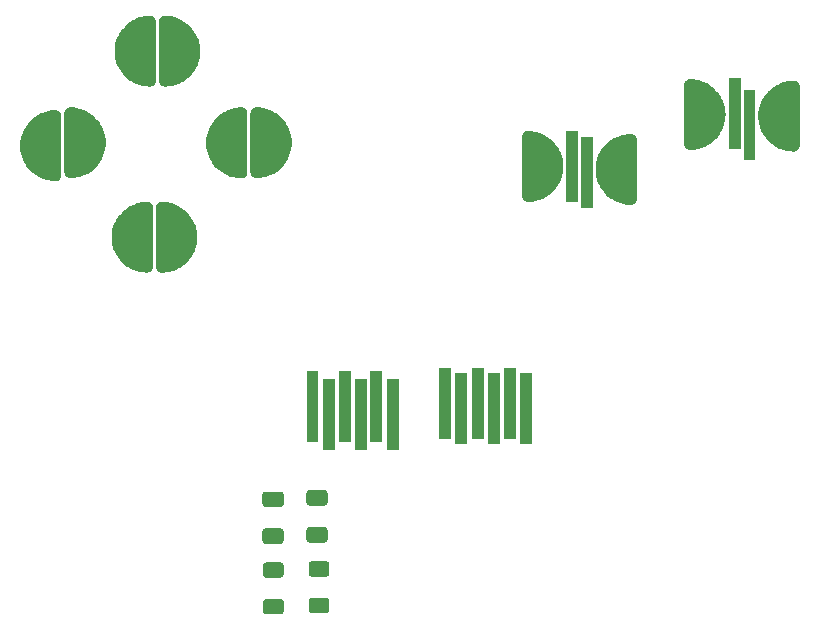
<source format=gbr>
%TF.GenerationSoftware,KiCad,Pcbnew,(5.1.9)-1*%
%TF.CreationDate,2021-03-20T17:22:00+11:00*%
%TF.ProjectId,GBC_motherboard,4742435f-6d6f-4746-9865-72626f617264,rev?*%
%TF.SameCoordinates,Original*%
%TF.FileFunction,Paste,Top*%
%TF.FilePolarity,Positive*%
%FSLAX46Y46*%
G04 Gerber Fmt 4.6, Leading zero omitted, Abs format (unit mm)*
G04 Created by KiCad (PCBNEW (5.1.9)-1) date 2021-03-20 17:22:00*
%MOMM*%
%LPD*%
G01*
G04 APERTURE LIST*
%ADD10C,0.100000*%
G04 APERTURE END LIST*
%TO.C,C2*%
G36*
G01*
X134815998Y-151356000D02*
X136116002Y-151356000D01*
G75*
G02*
X136366000Y-151605998I0J-249998D01*
G01*
X136366000Y-152431002D01*
G75*
G02*
X136116002Y-152681000I-249998J0D01*
G01*
X134815998Y-152681000D01*
G75*
G02*
X134566000Y-152431002I0J249998D01*
G01*
X134566000Y-151605998D01*
G75*
G02*
X134815998Y-151356000I249998J0D01*
G01*
G37*
G36*
G01*
X134815998Y-148231000D02*
X136116002Y-148231000D01*
G75*
G02*
X136366000Y-148480998I0J-249998D01*
G01*
X136366000Y-149306002D01*
G75*
G02*
X136116002Y-149556000I-249998J0D01*
G01*
X134815998Y-149556000D01*
G75*
G02*
X134566000Y-149306002I0J249998D01*
G01*
X134566000Y-148480998D01*
G75*
G02*
X134815998Y-148231000I249998J0D01*
G01*
G37*
%TD*%
D10*
%TO.C,U4*%
G36*
X122583062Y-108072597D02*
G01*
X122601426Y-108072597D01*
X122845383Y-108084529D01*
X122852354Y-108084919D01*
X122873172Y-108087254D01*
X122893997Y-108089296D01*
X123135622Y-108124975D01*
X123135628Y-108124976D01*
X123135635Y-108124977D01*
X123142525Y-108126044D01*
X123162982Y-108130392D01*
X123183547Y-108134464D01*
X123420536Y-108193552D01*
X123420541Y-108193553D01*
X123420547Y-108193555D01*
X123427302Y-108195289D01*
X123447239Y-108201614D01*
X123467305Y-108207672D01*
X123697402Y-108289606D01*
X123703962Y-108291994D01*
X123723183Y-108300232D01*
X123742565Y-108308221D01*
X123963569Y-108412217D01*
X123969864Y-108415234D01*
X123988212Y-108425321D01*
X124006701Y-108435151D01*
X124216493Y-108560212D01*
X124216502Y-108560217D01*
X124216512Y-108560224D01*
X124222472Y-108563834D01*
X124239693Y-108575625D01*
X124257189Y-108587250D01*
X124453765Y-108732179D01*
X124453782Y-108732191D01*
X124453801Y-108732206D01*
X124459373Y-108736375D01*
X124475403Y-108749825D01*
X124491637Y-108763066D01*
X124673145Y-108926494D01*
X124673153Y-108926501D01*
X124673162Y-108926510D01*
X124678305Y-108931207D01*
X124692955Y-108946166D01*
X124707814Y-108960923D01*
X124872512Y-109141290D01*
X124877183Y-109146478D01*
X124890291Y-109162782D01*
X124903649Y-109178928D01*
X125049960Y-109374506D01*
X125054102Y-109380125D01*
X125065578Y-109397662D01*
X125077276Y-109415005D01*
X125203797Y-109623916D01*
X125203803Y-109623925D01*
X125203809Y-109623936D01*
X125207378Y-109629922D01*
X125217087Y-109648494D01*
X125227037Y-109666896D01*
X125332574Y-109887167D01*
X125335546Y-109893484D01*
X125343392Y-109912901D01*
X125351504Y-109932201D01*
X125435038Y-110161710D01*
X125435043Y-110161721D01*
X125435047Y-110161735D01*
X125437384Y-110168297D01*
X125443280Y-110188332D01*
X125449488Y-110208385D01*
X125510230Y-110444960D01*
X125511918Y-110451734D01*
X125515835Y-110472269D01*
X125520052Y-110492811D01*
X125557417Y-110734173D01*
X125557420Y-110734187D01*
X125557422Y-110734204D01*
X125558439Y-110741091D01*
X125560336Y-110761936D01*
X125562525Y-110782769D01*
X125576158Y-111026617D01*
X125576160Y-111026637D01*
X125576160Y-111026661D01*
X125576500Y-111033610D01*
X125576354Y-111054453D01*
X125576436Y-111066272D01*
X125577000Y-111072000D01*
X125576384Y-111078256D01*
X125566273Y-111319499D01*
X125566273Y-111319520D01*
X125566271Y-111319545D01*
X125565931Y-111326492D01*
X125563747Y-111347271D01*
X125561845Y-111368168D01*
X125527852Y-111610040D01*
X125526832Y-111616946D01*
X125522625Y-111637442D01*
X125518699Y-111658024D01*
X125461266Y-111895424D01*
X125459577Y-111902198D01*
X125453384Y-111922204D01*
X125447473Y-111942287D01*
X125367148Y-112172949D01*
X125364806Y-112179526D01*
X125356700Y-112198810D01*
X125348848Y-112218243D01*
X125246398Y-112439966D01*
X125243425Y-112446283D01*
X125233473Y-112464689D01*
X125223766Y-112483256D01*
X125100168Y-112693925D01*
X125096593Y-112699921D01*
X125084914Y-112717236D01*
X125073420Y-112734801D01*
X124929854Y-112932402D01*
X124925711Y-112938021D01*
X124912371Y-112954146D01*
X124899243Y-112970474D01*
X124737081Y-113153122D01*
X124732409Y-113158310D01*
X124717546Y-113173070D01*
X124702902Y-113188023D01*
X124523690Y-113353976D01*
X124518534Y-113358683D01*
X124502324Y-113371904D01*
X124486270Y-113385375D01*
X124291719Y-113533048D01*
X124286128Y-113537230D01*
X124268696Y-113548812D01*
X124251410Y-113560648D01*
X124043376Y-113688631D01*
X124037405Y-113692247D01*
X124018910Y-113702081D01*
X124000569Y-113712164D01*
X123781049Y-113819231D01*
X123781041Y-113819235D01*
X123781032Y-113819239D01*
X123774744Y-113822252D01*
X123755399Y-113830225D01*
X123736142Y-113838479D01*
X123507215Y-113923617D01*
X123507210Y-113923619D01*
X123507204Y-113923621D01*
X123500652Y-113926005D01*
X123480646Y-113932045D01*
X123460647Y-113938389D01*
X123224507Y-114000779D01*
X123224502Y-114000781D01*
X123224496Y-114000782D01*
X123217739Y-114002517D01*
X123197218Y-114006580D01*
X123176720Y-114010937D01*
X122935624Y-114049986D01*
X122935611Y-114049989D01*
X122935595Y-114049991D01*
X122928714Y-114051056D01*
X122907879Y-114053099D01*
X122887066Y-114055433D01*
X122643299Y-114070769D01*
X122636329Y-114071159D01*
X122625863Y-114071159D01*
X122615400Y-114071744D01*
X122580495Y-114071988D01*
X122577122Y-114071988D01*
X122577000Y-114072000D01*
X122576878Y-114071988D01*
X122573514Y-114071988D01*
X122524741Y-114069261D01*
X122481964Y-114062640D01*
X122479455Y-114062393D01*
X122478504Y-114062105D01*
X122476465Y-114061789D01*
X122429150Y-114049640D01*
X122387774Y-114034582D01*
X122385658Y-114033940D01*
X122384906Y-114033538D01*
X122383246Y-114032934D01*
X122339192Y-114011826D01*
X122300877Y-113988623D01*
X122299215Y-113987735D01*
X122298666Y-113987284D01*
X122297407Y-113986522D01*
X122258291Y-113957259D01*
X122224635Y-113926528D01*
X122223447Y-113925553D01*
X122223087Y-113925115D01*
X122222218Y-113924321D01*
X122189531Y-113888018D01*
X122162022Y-113850708D01*
X122161265Y-113849785D01*
X122161062Y-113849405D01*
X122160542Y-113848700D01*
X122135528Y-113806740D01*
X122115452Y-113764075D01*
X122115060Y-113763342D01*
X122114975Y-113763062D01*
X122114729Y-113762539D01*
X122098342Y-113716520D01*
X122086728Y-113669943D01*
X122086607Y-113669545D01*
X122086593Y-113669403D01*
X122086523Y-113669122D01*
X122079387Y-113620796D01*
X122077000Y-113572004D01*
X122077000Y-108572000D01*
X122077630Y-108565605D01*
X122077780Y-108544088D01*
X122082886Y-108495506D01*
X122086054Y-108480073D01*
X122086607Y-108474455D01*
X122088462Y-108468339D01*
X122092708Y-108447654D01*
X122107154Y-108400989D01*
X122113400Y-108386130D01*
X122115060Y-108380658D01*
X122118058Y-108375049D01*
X122126084Y-108355956D01*
X122149319Y-108312986D01*
X122158535Y-108299323D01*
X122161265Y-108294215D01*
X122165279Y-108289323D01*
X122176635Y-108272488D01*
X122207773Y-108234848D01*
X122219737Y-108222967D01*
X122223447Y-108218447D01*
X122228301Y-108214464D01*
X122242436Y-108200427D01*
X122280291Y-108169553D01*
X122294643Y-108160017D01*
X122299215Y-108156265D01*
X122304715Y-108153325D01*
X122320979Y-108142519D01*
X122364111Y-108119586D01*
X122380385Y-108112878D01*
X122385658Y-108110060D01*
X122391586Y-108108262D01*
X122409275Y-108100971D01*
X122456040Y-108086852D01*
X122473679Y-108083359D01*
X122479455Y-108081607D01*
X122485568Y-108081005D01*
X122503960Y-108077363D01*
X122552577Y-108072597D01*
X122570938Y-108072597D01*
X122577000Y-108072000D01*
X122583062Y-108072597D01*
G37*
G36*
X121320938Y-114071403D02*
G01*
X121302574Y-114071403D01*
X121058617Y-114059471D01*
X121051646Y-114059081D01*
X121030828Y-114056746D01*
X121010003Y-114054704D01*
X120768378Y-114019025D01*
X120768372Y-114019024D01*
X120768365Y-114019023D01*
X120761475Y-114017956D01*
X120741018Y-114013608D01*
X120720453Y-114009536D01*
X120483464Y-113950448D01*
X120483459Y-113950447D01*
X120483453Y-113950445D01*
X120476698Y-113948711D01*
X120456761Y-113942386D01*
X120436695Y-113936328D01*
X120206598Y-113854394D01*
X120200038Y-113852006D01*
X120180817Y-113843768D01*
X120161435Y-113835779D01*
X119940431Y-113731783D01*
X119934136Y-113728766D01*
X119915788Y-113718679D01*
X119897299Y-113708849D01*
X119687507Y-113583788D01*
X119687498Y-113583783D01*
X119687488Y-113583776D01*
X119681528Y-113580166D01*
X119664307Y-113568375D01*
X119646811Y-113556750D01*
X119450235Y-113411821D01*
X119450218Y-113411809D01*
X119450199Y-113411794D01*
X119444627Y-113407625D01*
X119428597Y-113394175D01*
X119412363Y-113380934D01*
X119230855Y-113217506D01*
X119230847Y-113217499D01*
X119230838Y-113217490D01*
X119225695Y-113212793D01*
X119211045Y-113197834D01*
X119196186Y-113183077D01*
X119031488Y-113002710D01*
X119026817Y-112997522D01*
X119013709Y-112981218D01*
X119000351Y-112965072D01*
X118854040Y-112769494D01*
X118849898Y-112763875D01*
X118838422Y-112746338D01*
X118826724Y-112728995D01*
X118700203Y-112520084D01*
X118700197Y-112520075D01*
X118700191Y-112520064D01*
X118696622Y-112514078D01*
X118686913Y-112495506D01*
X118676963Y-112477104D01*
X118571426Y-112256833D01*
X118568454Y-112250516D01*
X118560608Y-112231099D01*
X118552496Y-112211799D01*
X118468962Y-111982290D01*
X118468957Y-111982279D01*
X118468953Y-111982265D01*
X118466616Y-111975703D01*
X118460720Y-111955668D01*
X118454512Y-111935615D01*
X118393770Y-111699040D01*
X118392082Y-111692266D01*
X118388165Y-111671731D01*
X118383948Y-111651189D01*
X118346583Y-111409827D01*
X118346580Y-111409813D01*
X118346578Y-111409796D01*
X118345561Y-111402909D01*
X118343664Y-111382064D01*
X118341475Y-111361231D01*
X118327842Y-111117383D01*
X118327840Y-111117363D01*
X118327840Y-111117339D01*
X118327500Y-111110390D01*
X118327646Y-111089547D01*
X118327564Y-111077728D01*
X118327000Y-111072000D01*
X118327616Y-111065744D01*
X118337727Y-110824501D01*
X118337727Y-110824480D01*
X118337729Y-110824455D01*
X118338069Y-110817508D01*
X118340253Y-110796729D01*
X118342155Y-110775832D01*
X118376148Y-110533960D01*
X118377168Y-110527054D01*
X118381375Y-110506558D01*
X118385301Y-110485976D01*
X118442734Y-110248576D01*
X118444423Y-110241802D01*
X118450616Y-110221796D01*
X118456527Y-110201713D01*
X118536852Y-109971051D01*
X118539194Y-109964474D01*
X118547300Y-109945190D01*
X118555152Y-109925757D01*
X118657602Y-109704034D01*
X118660575Y-109697717D01*
X118670527Y-109679311D01*
X118680234Y-109660744D01*
X118803832Y-109450075D01*
X118807407Y-109444079D01*
X118819086Y-109426764D01*
X118830580Y-109409199D01*
X118974146Y-109211598D01*
X118978289Y-109205979D01*
X118991629Y-109189854D01*
X119004757Y-109173526D01*
X119166919Y-108990878D01*
X119171591Y-108985690D01*
X119186454Y-108970930D01*
X119201098Y-108955977D01*
X119380310Y-108790024D01*
X119385466Y-108785317D01*
X119401676Y-108772096D01*
X119417730Y-108758625D01*
X119612281Y-108610952D01*
X119617872Y-108606770D01*
X119635304Y-108595188D01*
X119652590Y-108583352D01*
X119860624Y-108455369D01*
X119866595Y-108451753D01*
X119885090Y-108441919D01*
X119903431Y-108431836D01*
X120122951Y-108324769D01*
X120122959Y-108324765D01*
X120122968Y-108324761D01*
X120129256Y-108321748D01*
X120148601Y-108313775D01*
X120167858Y-108305521D01*
X120396785Y-108220383D01*
X120396790Y-108220381D01*
X120396796Y-108220379D01*
X120403348Y-108217995D01*
X120423354Y-108211955D01*
X120443353Y-108205611D01*
X120679493Y-108143221D01*
X120679498Y-108143219D01*
X120679504Y-108143218D01*
X120686261Y-108141483D01*
X120706782Y-108137420D01*
X120727280Y-108133063D01*
X120968376Y-108094014D01*
X120968389Y-108094011D01*
X120968405Y-108094009D01*
X120975286Y-108092944D01*
X120996121Y-108090901D01*
X121016934Y-108088567D01*
X121260701Y-108073231D01*
X121267671Y-108072841D01*
X121278137Y-108072841D01*
X121288600Y-108072256D01*
X121323505Y-108072012D01*
X121326878Y-108072012D01*
X121327000Y-108072000D01*
X121327122Y-108072012D01*
X121330486Y-108072012D01*
X121379259Y-108074739D01*
X121422036Y-108081360D01*
X121424545Y-108081607D01*
X121425496Y-108081895D01*
X121427535Y-108082211D01*
X121474850Y-108094360D01*
X121516226Y-108109418D01*
X121518342Y-108110060D01*
X121519094Y-108110462D01*
X121520754Y-108111066D01*
X121564808Y-108132174D01*
X121603123Y-108155377D01*
X121604785Y-108156265D01*
X121605334Y-108156716D01*
X121606593Y-108157478D01*
X121645709Y-108186741D01*
X121679365Y-108217472D01*
X121680553Y-108218447D01*
X121680913Y-108218885D01*
X121681782Y-108219679D01*
X121714469Y-108255982D01*
X121741978Y-108293292D01*
X121742735Y-108294215D01*
X121742938Y-108294595D01*
X121743458Y-108295300D01*
X121768472Y-108337260D01*
X121788548Y-108379925D01*
X121788940Y-108380658D01*
X121789025Y-108380938D01*
X121789271Y-108381461D01*
X121805658Y-108427480D01*
X121817272Y-108474057D01*
X121817393Y-108474455D01*
X121817407Y-108474597D01*
X121817477Y-108474878D01*
X121824613Y-108523204D01*
X121827000Y-108571996D01*
X121827000Y-113572000D01*
X121826370Y-113578395D01*
X121826220Y-113599912D01*
X121821114Y-113648494D01*
X121817946Y-113663927D01*
X121817393Y-113669545D01*
X121815538Y-113675661D01*
X121811292Y-113696346D01*
X121796846Y-113743011D01*
X121790600Y-113757870D01*
X121788940Y-113763342D01*
X121785942Y-113768951D01*
X121777916Y-113788044D01*
X121754681Y-113831014D01*
X121745465Y-113844677D01*
X121742735Y-113849785D01*
X121738721Y-113854677D01*
X121727365Y-113871512D01*
X121696227Y-113909152D01*
X121684263Y-113921033D01*
X121680553Y-113925553D01*
X121675699Y-113929536D01*
X121661564Y-113943573D01*
X121623709Y-113974447D01*
X121609357Y-113983983D01*
X121604785Y-113987735D01*
X121599285Y-113990675D01*
X121583021Y-114001481D01*
X121539889Y-114024414D01*
X121523615Y-114031122D01*
X121518342Y-114033940D01*
X121512414Y-114035738D01*
X121494725Y-114043029D01*
X121447960Y-114057148D01*
X121430321Y-114060641D01*
X121424545Y-114062393D01*
X121418432Y-114062995D01*
X121400040Y-114066637D01*
X121351423Y-114071403D01*
X121333062Y-114071403D01*
X121327000Y-114072000D01*
X121320938Y-114071403D01*
G37*
G36*
X114583062Y-115822597D02*
G01*
X114601426Y-115822597D01*
X114845383Y-115834529D01*
X114852354Y-115834919D01*
X114873172Y-115837254D01*
X114893997Y-115839296D01*
X115135622Y-115874975D01*
X115135628Y-115874976D01*
X115135635Y-115874977D01*
X115142525Y-115876044D01*
X115162982Y-115880392D01*
X115183547Y-115884464D01*
X115420536Y-115943552D01*
X115420541Y-115943553D01*
X115420547Y-115943555D01*
X115427302Y-115945289D01*
X115447239Y-115951614D01*
X115467305Y-115957672D01*
X115697402Y-116039606D01*
X115703962Y-116041994D01*
X115723183Y-116050232D01*
X115742565Y-116058221D01*
X115963569Y-116162217D01*
X115969864Y-116165234D01*
X115988212Y-116175321D01*
X116006701Y-116185151D01*
X116216493Y-116310212D01*
X116216502Y-116310217D01*
X116216512Y-116310224D01*
X116222472Y-116313834D01*
X116239693Y-116325625D01*
X116257189Y-116337250D01*
X116453765Y-116482179D01*
X116453782Y-116482191D01*
X116453801Y-116482206D01*
X116459373Y-116486375D01*
X116475403Y-116499825D01*
X116491637Y-116513066D01*
X116673145Y-116676494D01*
X116673153Y-116676501D01*
X116673162Y-116676510D01*
X116678305Y-116681207D01*
X116692955Y-116696166D01*
X116707814Y-116710923D01*
X116872512Y-116891290D01*
X116877183Y-116896478D01*
X116890291Y-116912782D01*
X116903649Y-116928928D01*
X117049960Y-117124506D01*
X117054102Y-117130125D01*
X117065578Y-117147662D01*
X117077276Y-117165005D01*
X117203797Y-117373916D01*
X117203803Y-117373925D01*
X117203809Y-117373936D01*
X117207378Y-117379922D01*
X117217087Y-117398494D01*
X117227037Y-117416896D01*
X117332574Y-117637167D01*
X117335546Y-117643484D01*
X117343392Y-117662901D01*
X117351504Y-117682201D01*
X117435038Y-117911710D01*
X117435043Y-117911721D01*
X117435047Y-117911735D01*
X117437384Y-117918297D01*
X117443280Y-117938332D01*
X117449488Y-117958385D01*
X117510230Y-118194960D01*
X117511918Y-118201734D01*
X117515835Y-118222269D01*
X117520052Y-118242811D01*
X117557417Y-118484173D01*
X117557420Y-118484187D01*
X117557422Y-118484204D01*
X117558439Y-118491091D01*
X117560336Y-118511936D01*
X117562525Y-118532769D01*
X117576158Y-118776617D01*
X117576160Y-118776637D01*
X117576160Y-118776661D01*
X117576500Y-118783610D01*
X117576354Y-118804453D01*
X117576436Y-118816272D01*
X117577000Y-118822000D01*
X117576384Y-118828256D01*
X117566273Y-119069499D01*
X117566273Y-119069520D01*
X117566271Y-119069545D01*
X117565931Y-119076492D01*
X117563747Y-119097271D01*
X117561845Y-119118168D01*
X117527852Y-119360040D01*
X117526832Y-119366946D01*
X117522625Y-119387442D01*
X117518699Y-119408024D01*
X117461266Y-119645424D01*
X117459577Y-119652198D01*
X117453384Y-119672204D01*
X117447473Y-119692287D01*
X117367148Y-119922949D01*
X117364806Y-119929526D01*
X117356700Y-119948810D01*
X117348848Y-119968243D01*
X117246398Y-120189966D01*
X117243425Y-120196283D01*
X117233473Y-120214689D01*
X117223766Y-120233256D01*
X117100168Y-120443925D01*
X117096593Y-120449921D01*
X117084914Y-120467236D01*
X117073420Y-120484801D01*
X116929854Y-120682402D01*
X116925711Y-120688021D01*
X116912371Y-120704146D01*
X116899243Y-120720474D01*
X116737081Y-120903122D01*
X116732409Y-120908310D01*
X116717546Y-120923070D01*
X116702902Y-120938023D01*
X116523690Y-121103976D01*
X116518534Y-121108683D01*
X116502324Y-121121904D01*
X116486270Y-121135375D01*
X116291719Y-121283048D01*
X116286128Y-121287230D01*
X116268696Y-121298812D01*
X116251410Y-121310648D01*
X116043376Y-121438631D01*
X116037405Y-121442247D01*
X116018910Y-121452081D01*
X116000569Y-121462164D01*
X115781049Y-121569231D01*
X115781041Y-121569235D01*
X115781032Y-121569239D01*
X115774744Y-121572252D01*
X115755399Y-121580225D01*
X115736142Y-121588479D01*
X115507215Y-121673617D01*
X115507210Y-121673619D01*
X115507204Y-121673621D01*
X115500652Y-121676005D01*
X115480646Y-121682045D01*
X115460647Y-121688389D01*
X115224507Y-121750779D01*
X115224502Y-121750781D01*
X115224496Y-121750782D01*
X115217739Y-121752517D01*
X115197218Y-121756580D01*
X115176720Y-121760937D01*
X114935624Y-121799986D01*
X114935611Y-121799989D01*
X114935595Y-121799991D01*
X114928714Y-121801056D01*
X114907879Y-121803099D01*
X114887066Y-121805433D01*
X114643299Y-121820769D01*
X114636329Y-121821159D01*
X114625863Y-121821159D01*
X114615400Y-121821744D01*
X114580495Y-121821988D01*
X114577122Y-121821988D01*
X114577000Y-121822000D01*
X114576878Y-121821988D01*
X114573514Y-121821988D01*
X114524741Y-121819261D01*
X114481964Y-121812640D01*
X114479455Y-121812393D01*
X114478504Y-121812105D01*
X114476465Y-121811789D01*
X114429150Y-121799640D01*
X114387774Y-121784582D01*
X114385658Y-121783940D01*
X114384906Y-121783538D01*
X114383246Y-121782934D01*
X114339192Y-121761826D01*
X114300877Y-121738623D01*
X114299215Y-121737735D01*
X114298666Y-121737284D01*
X114297407Y-121736522D01*
X114258291Y-121707259D01*
X114224635Y-121676528D01*
X114223447Y-121675553D01*
X114223087Y-121675115D01*
X114222218Y-121674321D01*
X114189531Y-121638018D01*
X114162022Y-121600708D01*
X114161265Y-121599785D01*
X114161062Y-121599405D01*
X114160542Y-121598700D01*
X114135528Y-121556740D01*
X114115452Y-121514075D01*
X114115060Y-121513342D01*
X114114975Y-121513062D01*
X114114729Y-121512539D01*
X114098342Y-121466520D01*
X114086728Y-121419943D01*
X114086607Y-121419545D01*
X114086593Y-121419403D01*
X114086523Y-121419122D01*
X114079387Y-121370796D01*
X114077000Y-121322004D01*
X114077000Y-116322000D01*
X114077630Y-116315605D01*
X114077780Y-116294088D01*
X114082886Y-116245506D01*
X114086054Y-116230073D01*
X114086607Y-116224455D01*
X114088462Y-116218339D01*
X114092708Y-116197654D01*
X114107154Y-116150989D01*
X114113400Y-116136130D01*
X114115060Y-116130658D01*
X114118058Y-116125049D01*
X114126084Y-116105956D01*
X114149319Y-116062986D01*
X114158535Y-116049323D01*
X114161265Y-116044215D01*
X114165279Y-116039323D01*
X114176635Y-116022488D01*
X114207773Y-115984848D01*
X114219737Y-115972967D01*
X114223447Y-115968447D01*
X114228301Y-115964464D01*
X114242436Y-115950427D01*
X114280291Y-115919553D01*
X114294643Y-115910017D01*
X114299215Y-115906265D01*
X114304715Y-115903325D01*
X114320979Y-115892519D01*
X114364111Y-115869586D01*
X114380385Y-115862878D01*
X114385658Y-115860060D01*
X114391586Y-115858262D01*
X114409275Y-115850971D01*
X114456040Y-115836852D01*
X114473679Y-115833359D01*
X114479455Y-115831607D01*
X114485568Y-115831005D01*
X114503960Y-115827363D01*
X114552577Y-115822597D01*
X114570938Y-115822597D01*
X114577000Y-115822000D01*
X114583062Y-115822597D01*
G37*
G36*
X113320938Y-122071403D02*
G01*
X113302574Y-122071403D01*
X113058617Y-122059471D01*
X113051646Y-122059081D01*
X113030828Y-122056746D01*
X113010003Y-122054704D01*
X112768378Y-122019025D01*
X112768372Y-122019024D01*
X112768365Y-122019023D01*
X112761475Y-122017956D01*
X112741018Y-122013608D01*
X112720453Y-122009536D01*
X112483464Y-121950448D01*
X112483459Y-121950447D01*
X112483453Y-121950445D01*
X112476698Y-121948711D01*
X112456761Y-121942386D01*
X112436695Y-121936328D01*
X112206598Y-121854394D01*
X112200038Y-121852006D01*
X112180817Y-121843768D01*
X112161435Y-121835779D01*
X111940431Y-121731783D01*
X111934136Y-121728766D01*
X111915788Y-121718679D01*
X111897299Y-121708849D01*
X111687507Y-121583788D01*
X111687498Y-121583783D01*
X111687488Y-121583776D01*
X111681528Y-121580166D01*
X111664307Y-121568375D01*
X111646811Y-121556750D01*
X111450235Y-121411821D01*
X111450218Y-121411809D01*
X111450199Y-121411794D01*
X111444627Y-121407625D01*
X111428597Y-121394175D01*
X111412363Y-121380934D01*
X111230855Y-121217506D01*
X111230847Y-121217499D01*
X111230838Y-121217490D01*
X111225695Y-121212793D01*
X111211045Y-121197834D01*
X111196186Y-121183077D01*
X111031488Y-121002710D01*
X111026817Y-120997522D01*
X111013709Y-120981218D01*
X111000351Y-120965072D01*
X110854040Y-120769494D01*
X110849898Y-120763875D01*
X110838422Y-120746338D01*
X110826724Y-120728995D01*
X110700203Y-120520084D01*
X110700197Y-120520075D01*
X110700191Y-120520064D01*
X110696622Y-120514078D01*
X110686913Y-120495506D01*
X110676963Y-120477104D01*
X110571426Y-120256833D01*
X110568454Y-120250516D01*
X110560608Y-120231099D01*
X110552496Y-120211799D01*
X110468962Y-119982290D01*
X110468957Y-119982279D01*
X110468953Y-119982265D01*
X110466616Y-119975703D01*
X110460720Y-119955668D01*
X110454512Y-119935615D01*
X110393770Y-119699040D01*
X110392082Y-119692266D01*
X110388165Y-119671731D01*
X110383948Y-119651189D01*
X110346583Y-119409827D01*
X110346580Y-119409813D01*
X110346578Y-119409796D01*
X110345561Y-119402909D01*
X110343664Y-119382064D01*
X110341475Y-119361231D01*
X110327842Y-119117383D01*
X110327840Y-119117363D01*
X110327840Y-119117339D01*
X110327500Y-119110390D01*
X110327646Y-119089547D01*
X110327564Y-119077728D01*
X110327000Y-119072000D01*
X110327616Y-119065744D01*
X110337727Y-118824501D01*
X110337727Y-118824480D01*
X110337729Y-118824455D01*
X110338069Y-118817508D01*
X110340253Y-118796729D01*
X110342155Y-118775832D01*
X110376148Y-118533960D01*
X110377168Y-118527054D01*
X110381375Y-118506558D01*
X110385301Y-118485976D01*
X110442734Y-118248576D01*
X110444423Y-118241802D01*
X110450616Y-118221796D01*
X110456527Y-118201713D01*
X110536852Y-117971051D01*
X110539194Y-117964474D01*
X110547300Y-117945190D01*
X110555152Y-117925757D01*
X110657602Y-117704034D01*
X110660575Y-117697717D01*
X110670527Y-117679311D01*
X110680234Y-117660744D01*
X110803832Y-117450075D01*
X110807407Y-117444079D01*
X110819086Y-117426764D01*
X110830580Y-117409199D01*
X110974146Y-117211598D01*
X110978289Y-117205979D01*
X110991629Y-117189854D01*
X111004757Y-117173526D01*
X111166919Y-116990878D01*
X111171591Y-116985690D01*
X111186454Y-116970930D01*
X111201098Y-116955977D01*
X111380310Y-116790024D01*
X111385466Y-116785317D01*
X111401676Y-116772096D01*
X111417730Y-116758625D01*
X111612281Y-116610952D01*
X111617872Y-116606770D01*
X111635304Y-116595188D01*
X111652590Y-116583352D01*
X111860624Y-116455369D01*
X111866595Y-116451753D01*
X111885090Y-116441919D01*
X111903431Y-116431836D01*
X112122951Y-116324769D01*
X112122959Y-116324765D01*
X112122968Y-116324761D01*
X112129256Y-116321748D01*
X112148601Y-116313775D01*
X112167858Y-116305521D01*
X112396785Y-116220383D01*
X112396790Y-116220381D01*
X112396796Y-116220379D01*
X112403348Y-116217995D01*
X112423354Y-116211955D01*
X112443353Y-116205611D01*
X112679493Y-116143221D01*
X112679498Y-116143219D01*
X112679504Y-116143218D01*
X112686261Y-116141483D01*
X112706782Y-116137420D01*
X112727280Y-116133063D01*
X112968376Y-116094014D01*
X112968389Y-116094011D01*
X112968405Y-116094009D01*
X112975286Y-116092944D01*
X112996121Y-116090901D01*
X113016934Y-116088567D01*
X113260701Y-116073231D01*
X113267671Y-116072841D01*
X113278137Y-116072841D01*
X113288600Y-116072256D01*
X113323505Y-116072012D01*
X113326878Y-116072012D01*
X113327000Y-116072000D01*
X113327122Y-116072012D01*
X113330486Y-116072012D01*
X113379259Y-116074739D01*
X113422036Y-116081360D01*
X113424545Y-116081607D01*
X113425496Y-116081895D01*
X113427535Y-116082211D01*
X113474850Y-116094360D01*
X113516226Y-116109418D01*
X113518342Y-116110060D01*
X113519094Y-116110462D01*
X113520754Y-116111066D01*
X113564808Y-116132174D01*
X113603123Y-116155377D01*
X113604785Y-116156265D01*
X113605334Y-116156716D01*
X113606593Y-116157478D01*
X113645709Y-116186741D01*
X113679365Y-116217472D01*
X113680553Y-116218447D01*
X113680913Y-116218885D01*
X113681782Y-116219679D01*
X113714469Y-116255982D01*
X113741978Y-116293292D01*
X113742735Y-116294215D01*
X113742938Y-116294595D01*
X113743458Y-116295300D01*
X113768472Y-116337260D01*
X113788548Y-116379925D01*
X113788940Y-116380658D01*
X113789025Y-116380938D01*
X113789271Y-116381461D01*
X113805658Y-116427480D01*
X113817272Y-116474057D01*
X113817393Y-116474455D01*
X113817407Y-116474597D01*
X113817477Y-116474878D01*
X113824613Y-116523204D01*
X113827000Y-116571996D01*
X113827000Y-121572000D01*
X113826370Y-121578395D01*
X113826220Y-121599912D01*
X113821114Y-121648494D01*
X113817946Y-121663927D01*
X113817393Y-121669545D01*
X113815538Y-121675661D01*
X113811292Y-121696346D01*
X113796846Y-121743011D01*
X113790600Y-121757870D01*
X113788940Y-121763342D01*
X113785942Y-121768951D01*
X113777916Y-121788044D01*
X113754681Y-121831014D01*
X113745465Y-121844677D01*
X113742735Y-121849785D01*
X113738721Y-121854677D01*
X113727365Y-121871512D01*
X113696227Y-121909152D01*
X113684263Y-121921033D01*
X113680553Y-121925553D01*
X113675699Y-121929536D01*
X113661564Y-121943573D01*
X113623709Y-121974447D01*
X113609357Y-121983983D01*
X113604785Y-121987735D01*
X113599285Y-121990675D01*
X113583021Y-122001481D01*
X113539889Y-122024414D01*
X113523615Y-122031122D01*
X113518342Y-122033940D01*
X113512414Y-122035738D01*
X113494725Y-122043029D01*
X113447960Y-122057148D01*
X113430321Y-122060641D01*
X113424545Y-122062393D01*
X113418432Y-122062995D01*
X113400040Y-122066637D01*
X113351423Y-122071403D01*
X113333062Y-122071403D01*
X113327000Y-122072000D01*
X113320938Y-122071403D01*
G37*
G36*
X122333062Y-123822597D02*
G01*
X122351426Y-123822597D01*
X122595383Y-123834529D01*
X122602354Y-123834919D01*
X122623172Y-123837254D01*
X122643997Y-123839296D01*
X122885622Y-123874975D01*
X122885628Y-123874976D01*
X122885635Y-123874977D01*
X122892525Y-123876044D01*
X122912982Y-123880392D01*
X122933547Y-123884464D01*
X123170536Y-123943552D01*
X123170541Y-123943553D01*
X123170547Y-123943555D01*
X123177302Y-123945289D01*
X123197239Y-123951614D01*
X123217305Y-123957672D01*
X123447402Y-124039606D01*
X123453962Y-124041994D01*
X123473183Y-124050232D01*
X123492565Y-124058221D01*
X123713569Y-124162217D01*
X123719864Y-124165234D01*
X123738212Y-124175321D01*
X123756701Y-124185151D01*
X123966493Y-124310212D01*
X123966502Y-124310217D01*
X123966512Y-124310224D01*
X123972472Y-124313834D01*
X123989693Y-124325625D01*
X124007189Y-124337250D01*
X124203765Y-124482179D01*
X124203782Y-124482191D01*
X124203801Y-124482206D01*
X124209373Y-124486375D01*
X124225403Y-124499825D01*
X124241637Y-124513066D01*
X124423145Y-124676494D01*
X124423153Y-124676501D01*
X124423162Y-124676510D01*
X124428305Y-124681207D01*
X124442955Y-124696166D01*
X124457814Y-124710923D01*
X124622512Y-124891290D01*
X124627183Y-124896478D01*
X124640291Y-124912782D01*
X124653649Y-124928928D01*
X124799960Y-125124506D01*
X124804102Y-125130125D01*
X124815578Y-125147662D01*
X124827276Y-125165005D01*
X124953797Y-125373916D01*
X124953803Y-125373925D01*
X124953809Y-125373936D01*
X124957378Y-125379922D01*
X124967087Y-125398494D01*
X124977037Y-125416896D01*
X125082574Y-125637167D01*
X125085546Y-125643484D01*
X125093392Y-125662901D01*
X125101504Y-125682201D01*
X125185038Y-125911710D01*
X125185043Y-125911721D01*
X125185047Y-125911735D01*
X125187384Y-125918297D01*
X125193280Y-125938332D01*
X125199488Y-125958385D01*
X125260230Y-126194960D01*
X125261918Y-126201734D01*
X125265835Y-126222269D01*
X125270052Y-126242811D01*
X125307417Y-126484173D01*
X125307420Y-126484187D01*
X125307422Y-126484204D01*
X125308439Y-126491091D01*
X125310336Y-126511936D01*
X125312525Y-126532769D01*
X125326158Y-126776617D01*
X125326160Y-126776637D01*
X125326160Y-126776661D01*
X125326500Y-126783610D01*
X125326354Y-126804453D01*
X125326436Y-126816272D01*
X125327000Y-126822000D01*
X125326384Y-126828256D01*
X125316273Y-127069499D01*
X125316273Y-127069520D01*
X125316271Y-127069545D01*
X125315931Y-127076492D01*
X125313747Y-127097271D01*
X125311845Y-127118168D01*
X125277852Y-127360040D01*
X125276832Y-127366946D01*
X125272625Y-127387442D01*
X125268699Y-127408024D01*
X125211266Y-127645424D01*
X125209577Y-127652198D01*
X125203384Y-127672204D01*
X125197473Y-127692287D01*
X125117148Y-127922949D01*
X125114806Y-127929526D01*
X125106700Y-127948810D01*
X125098848Y-127968243D01*
X124996398Y-128189966D01*
X124993425Y-128196283D01*
X124983473Y-128214689D01*
X124973766Y-128233256D01*
X124850168Y-128443925D01*
X124846593Y-128449921D01*
X124834914Y-128467236D01*
X124823420Y-128484801D01*
X124679854Y-128682402D01*
X124675711Y-128688021D01*
X124662371Y-128704146D01*
X124649243Y-128720474D01*
X124487081Y-128903122D01*
X124482409Y-128908310D01*
X124467546Y-128923070D01*
X124452902Y-128938023D01*
X124273690Y-129103976D01*
X124268534Y-129108683D01*
X124252324Y-129121904D01*
X124236270Y-129135375D01*
X124041719Y-129283048D01*
X124036128Y-129287230D01*
X124018696Y-129298812D01*
X124001410Y-129310648D01*
X123793376Y-129438631D01*
X123787405Y-129442247D01*
X123768910Y-129452081D01*
X123750569Y-129462164D01*
X123531049Y-129569231D01*
X123531041Y-129569235D01*
X123531032Y-129569239D01*
X123524744Y-129572252D01*
X123505399Y-129580225D01*
X123486142Y-129588479D01*
X123257215Y-129673617D01*
X123257210Y-129673619D01*
X123257204Y-129673621D01*
X123250652Y-129676005D01*
X123230646Y-129682045D01*
X123210647Y-129688389D01*
X122974507Y-129750779D01*
X122974502Y-129750781D01*
X122974496Y-129750782D01*
X122967739Y-129752517D01*
X122947218Y-129756580D01*
X122926720Y-129760937D01*
X122685624Y-129799986D01*
X122685611Y-129799989D01*
X122685595Y-129799991D01*
X122678714Y-129801056D01*
X122657879Y-129803099D01*
X122637066Y-129805433D01*
X122393299Y-129820769D01*
X122386329Y-129821159D01*
X122375863Y-129821159D01*
X122365400Y-129821744D01*
X122330495Y-129821988D01*
X122327122Y-129821988D01*
X122327000Y-129822000D01*
X122326878Y-129821988D01*
X122323514Y-129821988D01*
X122274741Y-129819261D01*
X122231964Y-129812640D01*
X122229455Y-129812393D01*
X122228504Y-129812105D01*
X122226465Y-129811789D01*
X122179150Y-129799640D01*
X122137774Y-129784582D01*
X122135658Y-129783940D01*
X122134906Y-129783538D01*
X122133246Y-129782934D01*
X122089192Y-129761826D01*
X122050877Y-129738623D01*
X122049215Y-129737735D01*
X122048666Y-129737284D01*
X122047407Y-129736522D01*
X122008291Y-129707259D01*
X121974635Y-129676528D01*
X121973447Y-129675553D01*
X121973087Y-129675115D01*
X121972218Y-129674321D01*
X121939531Y-129638018D01*
X121912022Y-129600708D01*
X121911265Y-129599785D01*
X121911062Y-129599405D01*
X121910542Y-129598700D01*
X121885528Y-129556740D01*
X121865452Y-129514075D01*
X121865060Y-129513342D01*
X121864975Y-129513062D01*
X121864729Y-129512539D01*
X121848342Y-129466520D01*
X121836728Y-129419943D01*
X121836607Y-129419545D01*
X121836593Y-129419403D01*
X121836523Y-129419122D01*
X121829387Y-129370796D01*
X121827000Y-129322004D01*
X121827000Y-124322000D01*
X121827630Y-124315605D01*
X121827780Y-124294088D01*
X121832886Y-124245506D01*
X121836054Y-124230073D01*
X121836607Y-124224455D01*
X121838462Y-124218339D01*
X121842708Y-124197654D01*
X121857154Y-124150989D01*
X121863400Y-124136130D01*
X121865060Y-124130658D01*
X121868058Y-124125049D01*
X121876084Y-124105956D01*
X121899319Y-124062986D01*
X121908535Y-124049323D01*
X121911265Y-124044215D01*
X121915279Y-124039323D01*
X121926635Y-124022488D01*
X121957773Y-123984848D01*
X121969737Y-123972967D01*
X121973447Y-123968447D01*
X121978301Y-123964464D01*
X121992436Y-123950427D01*
X122030291Y-123919553D01*
X122044643Y-123910017D01*
X122049215Y-123906265D01*
X122054715Y-123903325D01*
X122070979Y-123892519D01*
X122114111Y-123869586D01*
X122130385Y-123862878D01*
X122135658Y-123860060D01*
X122141586Y-123858262D01*
X122159275Y-123850971D01*
X122206040Y-123836852D01*
X122223679Y-123833359D01*
X122229455Y-123831607D01*
X122235568Y-123831005D01*
X122253960Y-123827363D01*
X122302577Y-123822597D01*
X122320938Y-123822597D01*
X122327000Y-123822000D01*
X122333062Y-123822597D01*
G37*
G36*
X121070938Y-129821403D02*
G01*
X121052574Y-129821403D01*
X120808617Y-129809471D01*
X120801646Y-129809081D01*
X120780828Y-129806746D01*
X120760003Y-129804704D01*
X120518378Y-129769025D01*
X120518372Y-129769024D01*
X120518365Y-129769023D01*
X120511475Y-129767956D01*
X120491018Y-129763608D01*
X120470453Y-129759536D01*
X120233464Y-129700448D01*
X120233459Y-129700447D01*
X120233453Y-129700445D01*
X120226698Y-129698711D01*
X120206761Y-129692386D01*
X120186695Y-129686328D01*
X119956598Y-129604394D01*
X119950038Y-129602006D01*
X119930817Y-129593768D01*
X119911435Y-129585779D01*
X119690431Y-129481783D01*
X119684136Y-129478766D01*
X119665788Y-129468679D01*
X119647299Y-129458849D01*
X119437507Y-129333788D01*
X119437498Y-129333783D01*
X119437488Y-129333776D01*
X119431528Y-129330166D01*
X119414307Y-129318375D01*
X119396811Y-129306750D01*
X119200235Y-129161821D01*
X119200218Y-129161809D01*
X119200199Y-129161794D01*
X119194627Y-129157625D01*
X119178597Y-129144175D01*
X119162363Y-129130934D01*
X118980855Y-128967506D01*
X118980847Y-128967499D01*
X118980838Y-128967490D01*
X118975695Y-128962793D01*
X118961045Y-128947834D01*
X118946186Y-128933077D01*
X118781488Y-128752710D01*
X118776817Y-128747522D01*
X118763709Y-128731218D01*
X118750351Y-128715072D01*
X118604040Y-128519494D01*
X118599898Y-128513875D01*
X118588422Y-128496338D01*
X118576724Y-128478995D01*
X118450203Y-128270084D01*
X118450197Y-128270075D01*
X118450191Y-128270064D01*
X118446622Y-128264078D01*
X118436913Y-128245506D01*
X118426963Y-128227104D01*
X118321426Y-128006833D01*
X118318454Y-128000516D01*
X118310608Y-127981099D01*
X118302496Y-127961799D01*
X118218962Y-127732290D01*
X118218957Y-127732279D01*
X118218953Y-127732265D01*
X118216616Y-127725703D01*
X118210720Y-127705668D01*
X118204512Y-127685615D01*
X118143770Y-127449040D01*
X118142082Y-127442266D01*
X118138165Y-127421731D01*
X118133948Y-127401189D01*
X118096583Y-127159827D01*
X118096580Y-127159813D01*
X118096578Y-127159796D01*
X118095561Y-127152909D01*
X118093664Y-127132064D01*
X118091475Y-127111231D01*
X118077842Y-126867383D01*
X118077840Y-126867363D01*
X118077840Y-126867339D01*
X118077500Y-126860390D01*
X118077646Y-126839547D01*
X118077564Y-126827728D01*
X118077000Y-126822000D01*
X118077616Y-126815744D01*
X118087727Y-126574501D01*
X118087727Y-126574480D01*
X118087729Y-126574455D01*
X118088069Y-126567508D01*
X118090253Y-126546729D01*
X118092155Y-126525832D01*
X118126148Y-126283960D01*
X118127168Y-126277054D01*
X118131375Y-126256558D01*
X118135301Y-126235976D01*
X118192734Y-125998576D01*
X118194423Y-125991802D01*
X118200616Y-125971796D01*
X118206527Y-125951713D01*
X118286852Y-125721051D01*
X118289194Y-125714474D01*
X118297300Y-125695190D01*
X118305152Y-125675757D01*
X118407602Y-125454034D01*
X118410575Y-125447717D01*
X118420527Y-125429311D01*
X118430234Y-125410744D01*
X118553832Y-125200075D01*
X118557407Y-125194079D01*
X118569086Y-125176764D01*
X118580580Y-125159199D01*
X118724146Y-124961598D01*
X118728289Y-124955979D01*
X118741629Y-124939854D01*
X118754757Y-124923526D01*
X118916919Y-124740878D01*
X118921591Y-124735690D01*
X118936454Y-124720930D01*
X118951098Y-124705977D01*
X119130310Y-124540024D01*
X119135466Y-124535317D01*
X119151676Y-124522096D01*
X119167730Y-124508625D01*
X119362281Y-124360952D01*
X119367872Y-124356770D01*
X119385304Y-124345188D01*
X119402590Y-124333352D01*
X119610624Y-124205369D01*
X119616595Y-124201753D01*
X119635090Y-124191919D01*
X119653431Y-124181836D01*
X119872951Y-124074769D01*
X119872959Y-124074765D01*
X119872968Y-124074761D01*
X119879256Y-124071748D01*
X119898601Y-124063775D01*
X119917858Y-124055521D01*
X120146785Y-123970383D01*
X120146790Y-123970381D01*
X120146796Y-123970379D01*
X120153348Y-123967995D01*
X120173354Y-123961955D01*
X120193353Y-123955611D01*
X120429493Y-123893221D01*
X120429498Y-123893219D01*
X120429504Y-123893218D01*
X120436261Y-123891483D01*
X120456782Y-123887420D01*
X120477280Y-123883063D01*
X120718376Y-123844014D01*
X120718389Y-123844011D01*
X120718405Y-123844009D01*
X120725286Y-123842944D01*
X120746121Y-123840901D01*
X120766934Y-123838567D01*
X121010701Y-123823231D01*
X121017671Y-123822841D01*
X121028137Y-123822841D01*
X121038600Y-123822256D01*
X121073505Y-123822012D01*
X121076878Y-123822012D01*
X121077000Y-123822000D01*
X121077122Y-123822012D01*
X121080486Y-123822012D01*
X121129259Y-123824739D01*
X121172036Y-123831360D01*
X121174545Y-123831607D01*
X121175496Y-123831895D01*
X121177535Y-123832211D01*
X121224850Y-123844360D01*
X121266226Y-123859418D01*
X121268342Y-123860060D01*
X121269094Y-123860462D01*
X121270754Y-123861066D01*
X121314808Y-123882174D01*
X121353123Y-123905377D01*
X121354785Y-123906265D01*
X121355334Y-123906716D01*
X121356593Y-123907478D01*
X121395709Y-123936741D01*
X121429365Y-123967472D01*
X121430553Y-123968447D01*
X121430913Y-123968885D01*
X121431782Y-123969679D01*
X121464469Y-124005982D01*
X121491978Y-124043292D01*
X121492735Y-124044215D01*
X121492938Y-124044595D01*
X121493458Y-124045300D01*
X121518472Y-124087260D01*
X121538548Y-124129925D01*
X121538940Y-124130658D01*
X121539025Y-124130938D01*
X121539271Y-124131461D01*
X121555658Y-124177480D01*
X121567272Y-124224057D01*
X121567393Y-124224455D01*
X121567407Y-124224597D01*
X121567477Y-124224878D01*
X121574613Y-124273204D01*
X121577000Y-124321996D01*
X121577000Y-129322000D01*
X121576370Y-129328395D01*
X121576220Y-129349912D01*
X121571114Y-129398494D01*
X121567946Y-129413927D01*
X121567393Y-129419545D01*
X121565538Y-129425661D01*
X121561292Y-129446346D01*
X121546846Y-129493011D01*
X121540600Y-129507870D01*
X121538940Y-129513342D01*
X121535942Y-129518951D01*
X121527916Y-129538044D01*
X121504681Y-129581014D01*
X121495465Y-129594677D01*
X121492735Y-129599785D01*
X121488721Y-129604677D01*
X121477365Y-129621512D01*
X121446227Y-129659152D01*
X121434263Y-129671033D01*
X121430553Y-129675553D01*
X121425699Y-129679536D01*
X121411564Y-129693573D01*
X121373709Y-129724447D01*
X121359357Y-129733983D01*
X121354785Y-129737735D01*
X121349285Y-129740675D01*
X121333021Y-129751481D01*
X121289889Y-129774414D01*
X121273615Y-129781122D01*
X121268342Y-129783940D01*
X121262414Y-129785738D01*
X121244725Y-129793029D01*
X121197960Y-129807148D01*
X121180321Y-129810641D01*
X121174545Y-129812393D01*
X121168432Y-129812995D01*
X121150040Y-129816637D01*
X121101423Y-129821403D01*
X121083062Y-129821403D01*
X121077000Y-129822000D01*
X121070938Y-129821403D01*
G37*
G36*
X130333062Y-115822597D02*
G01*
X130351426Y-115822597D01*
X130595383Y-115834529D01*
X130602354Y-115834919D01*
X130623172Y-115837254D01*
X130643997Y-115839296D01*
X130885622Y-115874975D01*
X130885628Y-115874976D01*
X130885635Y-115874977D01*
X130892525Y-115876044D01*
X130912982Y-115880392D01*
X130933547Y-115884464D01*
X131170536Y-115943552D01*
X131170541Y-115943553D01*
X131170547Y-115943555D01*
X131177302Y-115945289D01*
X131197239Y-115951614D01*
X131217305Y-115957672D01*
X131447402Y-116039606D01*
X131453962Y-116041994D01*
X131473183Y-116050232D01*
X131492565Y-116058221D01*
X131713569Y-116162217D01*
X131719864Y-116165234D01*
X131738212Y-116175321D01*
X131756701Y-116185151D01*
X131966493Y-116310212D01*
X131966502Y-116310217D01*
X131966512Y-116310224D01*
X131972472Y-116313834D01*
X131989693Y-116325625D01*
X132007189Y-116337250D01*
X132203765Y-116482179D01*
X132203782Y-116482191D01*
X132203801Y-116482206D01*
X132209373Y-116486375D01*
X132225403Y-116499825D01*
X132241637Y-116513066D01*
X132423145Y-116676494D01*
X132423153Y-116676501D01*
X132423162Y-116676510D01*
X132428305Y-116681207D01*
X132442955Y-116696166D01*
X132457814Y-116710923D01*
X132622512Y-116891290D01*
X132627183Y-116896478D01*
X132640291Y-116912782D01*
X132653649Y-116928928D01*
X132799960Y-117124506D01*
X132804102Y-117130125D01*
X132815578Y-117147662D01*
X132827276Y-117165005D01*
X132953797Y-117373916D01*
X132953803Y-117373925D01*
X132953809Y-117373936D01*
X132957378Y-117379922D01*
X132967087Y-117398494D01*
X132977037Y-117416896D01*
X133082574Y-117637167D01*
X133085546Y-117643484D01*
X133093392Y-117662901D01*
X133101504Y-117682201D01*
X133185038Y-117911710D01*
X133185043Y-117911721D01*
X133185047Y-117911735D01*
X133187384Y-117918297D01*
X133193280Y-117938332D01*
X133199488Y-117958385D01*
X133260230Y-118194960D01*
X133261918Y-118201734D01*
X133265835Y-118222269D01*
X133270052Y-118242811D01*
X133307417Y-118484173D01*
X133307420Y-118484187D01*
X133307422Y-118484204D01*
X133308439Y-118491091D01*
X133310336Y-118511936D01*
X133312525Y-118532769D01*
X133326158Y-118776617D01*
X133326160Y-118776637D01*
X133326160Y-118776661D01*
X133326500Y-118783610D01*
X133326354Y-118804453D01*
X133326436Y-118816272D01*
X133327000Y-118822000D01*
X133326384Y-118828256D01*
X133316273Y-119069499D01*
X133316273Y-119069520D01*
X133316271Y-119069545D01*
X133315931Y-119076492D01*
X133313747Y-119097271D01*
X133311845Y-119118168D01*
X133277852Y-119360040D01*
X133276832Y-119366946D01*
X133272625Y-119387442D01*
X133268699Y-119408024D01*
X133211266Y-119645424D01*
X133209577Y-119652198D01*
X133203384Y-119672204D01*
X133197473Y-119692287D01*
X133117148Y-119922949D01*
X133114806Y-119929526D01*
X133106700Y-119948810D01*
X133098848Y-119968243D01*
X132996398Y-120189966D01*
X132993425Y-120196283D01*
X132983473Y-120214689D01*
X132973766Y-120233256D01*
X132850168Y-120443925D01*
X132846593Y-120449921D01*
X132834914Y-120467236D01*
X132823420Y-120484801D01*
X132679854Y-120682402D01*
X132675711Y-120688021D01*
X132662371Y-120704146D01*
X132649243Y-120720474D01*
X132487081Y-120903122D01*
X132482409Y-120908310D01*
X132467546Y-120923070D01*
X132452902Y-120938023D01*
X132273690Y-121103976D01*
X132268534Y-121108683D01*
X132252324Y-121121904D01*
X132236270Y-121135375D01*
X132041719Y-121283048D01*
X132036128Y-121287230D01*
X132018696Y-121298812D01*
X132001410Y-121310648D01*
X131793376Y-121438631D01*
X131787405Y-121442247D01*
X131768910Y-121452081D01*
X131750569Y-121462164D01*
X131531049Y-121569231D01*
X131531041Y-121569235D01*
X131531032Y-121569239D01*
X131524744Y-121572252D01*
X131505399Y-121580225D01*
X131486142Y-121588479D01*
X131257215Y-121673617D01*
X131257210Y-121673619D01*
X131257204Y-121673621D01*
X131250652Y-121676005D01*
X131230646Y-121682045D01*
X131210647Y-121688389D01*
X130974507Y-121750779D01*
X130974502Y-121750781D01*
X130974496Y-121750782D01*
X130967739Y-121752517D01*
X130947218Y-121756580D01*
X130926720Y-121760937D01*
X130685624Y-121799986D01*
X130685611Y-121799989D01*
X130685595Y-121799991D01*
X130678714Y-121801056D01*
X130657879Y-121803099D01*
X130637066Y-121805433D01*
X130393299Y-121820769D01*
X130386329Y-121821159D01*
X130375863Y-121821159D01*
X130365400Y-121821744D01*
X130330495Y-121821988D01*
X130327122Y-121821988D01*
X130327000Y-121822000D01*
X130326878Y-121821988D01*
X130323514Y-121821988D01*
X130274741Y-121819261D01*
X130231964Y-121812640D01*
X130229455Y-121812393D01*
X130228504Y-121812105D01*
X130226465Y-121811789D01*
X130179150Y-121799640D01*
X130137774Y-121784582D01*
X130135658Y-121783940D01*
X130134906Y-121783538D01*
X130133246Y-121782934D01*
X130089192Y-121761826D01*
X130050877Y-121738623D01*
X130049215Y-121737735D01*
X130048666Y-121737284D01*
X130047407Y-121736522D01*
X130008291Y-121707259D01*
X129974635Y-121676528D01*
X129973447Y-121675553D01*
X129973087Y-121675115D01*
X129972218Y-121674321D01*
X129939531Y-121638018D01*
X129912022Y-121600708D01*
X129911265Y-121599785D01*
X129911062Y-121599405D01*
X129910542Y-121598700D01*
X129885528Y-121556740D01*
X129865452Y-121514075D01*
X129865060Y-121513342D01*
X129864975Y-121513062D01*
X129864729Y-121512539D01*
X129848342Y-121466520D01*
X129836728Y-121419943D01*
X129836607Y-121419545D01*
X129836593Y-121419403D01*
X129836523Y-121419122D01*
X129829387Y-121370796D01*
X129827000Y-121322004D01*
X129827000Y-116322000D01*
X129827630Y-116315605D01*
X129827780Y-116294088D01*
X129832886Y-116245506D01*
X129836054Y-116230073D01*
X129836607Y-116224455D01*
X129838462Y-116218339D01*
X129842708Y-116197654D01*
X129857154Y-116150989D01*
X129863400Y-116136130D01*
X129865060Y-116130658D01*
X129868058Y-116125049D01*
X129876084Y-116105956D01*
X129899319Y-116062986D01*
X129908535Y-116049323D01*
X129911265Y-116044215D01*
X129915279Y-116039323D01*
X129926635Y-116022488D01*
X129957773Y-115984848D01*
X129969737Y-115972967D01*
X129973447Y-115968447D01*
X129978301Y-115964464D01*
X129992436Y-115950427D01*
X130030291Y-115919553D01*
X130044643Y-115910017D01*
X130049215Y-115906265D01*
X130054715Y-115903325D01*
X130070979Y-115892519D01*
X130114111Y-115869586D01*
X130130385Y-115862878D01*
X130135658Y-115860060D01*
X130141586Y-115858262D01*
X130159275Y-115850971D01*
X130206040Y-115836852D01*
X130223679Y-115833359D01*
X130229455Y-115831607D01*
X130235568Y-115831005D01*
X130253960Y-115827363D01*
X130302577Y-115822597D01*
X130320938Y-115822597D01*
X130327000Y-115822000D01*
X130333062Y-115822597D01*
G37*
G36*
X129070938Y-121821403D02*
G01*
X129052574Y-121821403D01*
X128808617Y-121809471D01*
X128801646Y-121809081D01*
X128780828Y-121806746D01*
X128760003Y-121804704D01*
X128518378Y-121769025D01*
X128518372Y-121769024D01*
X128518365Y-121769023D01*
X128511475Y-121767956D01*
X128491018Y-121763608D01*
X128470453Y-121759536D01*
X128233464Y-121700448D01*
X128233459Y-121700447D01*
X128233453Y-121700445D01*
X128226698Y-121698711D01*
X128206761Y-121692386D01*
X128186695Y-121686328D01*
X127956598Y-121604394D01*
X127950038Y-121602006D01*
X127930817Y-121593768D01*
X127911435Y-121585779D01*
X127690431Y-121481783D01*
X127684136Y-121478766D01*
X127665788Y-121468679D01*
X127647299Y-121458849D01*
X127437507Y-121333788D01*
X127437498Y-121333783D01*
X127437488Y-121333776D01*
X127431528Y-121330166D01*
X127414307Y-121318375D01*
X127396811Y-121306750D01*
X127200235Y-121161821D01*
X127200218Y-121161809D01*
X127200199Y-121161794D01*
X127194627Y-121157625D01*
X127178597Y-121144175D01*
X127162363Y-121130934D01*
X126980855Y-120967506D01*
X126980847Y-120967499D01*
X126980838Y-120967490D01*
X126975695Y-120962793D01*
X126961045Y-120947834D01*
X126946186Y-120933077D01*
X126781488Y-120752710D01*
X126776817Y-120747522D01*
X126763709Y-120731218D01*
X126750351Y-120715072D01*
X126604040Y-120519494D01*
X126599898Y-120513875D01*
X126588422Y-120496338D01*
X126576724Y-120478995D01*
X126450203Y-120270084D01*
X126450197Y-120270075D01*
X126450191Y-120270064D01*
X126446622Y-120264078D01*
X126436913Y-120245506D01*
X126426963Y-120227104D01*
X126321426Y-120006833D01*
X126318454Y-120000516D01*
X126310608Y-119981099D01*
X126302496Y-119961799D01*
X126218962Y-119732290D01*
X126218957Y-119732279D01*
X126218953Y-119732265D01*
X126216616Y-119725703D01*
X126210720Y-119705668D01*
X126204512Y-119685615D01*
X126143770Y-119449040D01*
X126142082Y-119442266D01*
X126138165Y-119421731D01*
X126133948Y-119401189D01*
X126096583Y-119159827D01*
X126096580Y-119159813D01*
X126096578Y-119159796D01*
X126095561Y-119152909D01*
X126093664Y-119132064D01*
X126091475Y-119111231D01*
X126077842Y-118867383D01*
X126077840Y-118867363D01*
X126077840Y-118867339D01*
X126077500Y-118860390D01*
X126077646Y-118839547D01*
X126077564Y-118827728D01*
X126077000Y-118822000D01*
X126077616Y-118815744D01*
X126087727Y-118574501D01*
X126087727Y-118574480D01*
X126087729Y-118574455D01*
X126088069Y-118567508D01*
X126090253Y-118546729D01*
X126092155Y-118525832D01*
X126126148Y-118283960D01*
X126127168Y-118277054D01*
X126131375Y-118256558D01*
X126135301Y-118235976D01*
X126192734Y-117998576D01*
X126194423Y-117991802D01*
X126200616Y-117971796D01*
X126206527Y-117951713D01*
X126286852Y-117721051D01*
X126289194Y-117714474D01*
X126297300Y-117695190D01*
X126305152Y-117675757D01*
X126407602Y-117454034D01*
X126410575Y-117447717D01*
X126420527Y-117429311D01*
X126430234Y-117410744D01*
X126553832Y-117200075D01*
X126557407Y-117194079D01*
X126569086Y-117176764D01*
X126580580Y-117159199D01*
X126724146Y-116961598D01*
X126728289Y-116955979D01*
X126741629Y-116939854D01*
X126754757Y-116923526D01*
X126916919Y-116740878D01*
X126921591Y-116735690D01*
X126936454Y-116720930D01*
X126951098Y-116705977D01*
X127130310Y-116540024D01*
X127135466Y-116535317D01*
X127151676Y-116522096D01*
X127167730Y-116508625D01*
X127362281Y-116360952D01*
X127367872Y-116356770D01*
X127385304Y-116345188D01*
X127402590Y-116333352D01*
X127610624Y-116205369D01*
X127616595Y-116201753D01*
X127635090Y-116191919D01*
X127653431Y-116181836D01*
X127872951Y-116074769D01*
X127872959Y-116074765D01*
X127872968Y-116074761D01*
X127879256Y-116071748D01*
X127898601Y-116063775D01*
X127917858Y-116055521D01*
X128146785Y-115970383D01*
X128146790Y-115970381D01*
X128146796Y-115970379D01*
X128153348Y-115967995D01*
X128173354Y-115961955D01*
X128193353Y-115955611D01*
X128429493Y-115893221D01*
X128429498Y-115893219D01*
X128429504Y-115893218D01*
X128436261Y-115891483D01*
X128456782Y-115887420D01*
X128477280Y-115883063D01*
X128718376Y-115844014D01*
X128718389Y-115844011D01*
X128718405Y-115844009D01*
X128725286Y-115842944D01*
X128746121Y-115840901D01*
X128766934Y-115838567D01*
X129010701Y-115823231D01*
X129017671Y-115822841D01*
X129028137Y-115822841D01*
X129038600Y-115822256D01*
X129073505Y-115822012D01*
X129076878Y-115822012D01*
X129077000Y-115822000D01*
X129077122Y-115822012D01*
X129080486Y-115822012D01*
X129129259Y-115824739D01*
X129172036Y-115831360D01*
X129174545Y-115831607D01*
X129175496Y-115831895D01*
X129177535Y-115832211D01*
X129224850Y-115844360D01*
X129266226Y-115859418D01*
X129268342Y-115860060D01*
X129269094Y-115860462D01*
X129270754Y-115861066D01*
X129314808Y-115882174D01*
X129353123Y-115905377D01*
X129354785Y-115906265D01*
X129355334Y-115906716D01*
X129356593Y-115907478D01*
X129395709Y-115936741D01*
X129429365Y-115967472D01*
X129430553Y-115968447D01*
X129430913Y-115968885D01*
X129431782Y-115969679D01*
X129464469Y-116005982D01*
X129491978Y-116043292D01*
X129492735Y-116044215D01*
X129492938Y-116044595D01*
X129493458Y-116045300D01*
X129518472Y-116087260D01*
X129538548Y-116129925D01*
X129538940Y-116130658D01*
X129539025Y-116130938D01*
X129539271Y-116131461D01*
X129555658Y-116177480D01*
X129567272Y-116224057D01*
X129567393Y-116224455D01*
X129567407Y-116224597D01*
X129567477Y-116224878D01*
X129574613Y-116273204D01*
X129577000Y-116321996D01*
X129577000Y-121322000D01*
X129576370Y-121328395D01*
X129576220Y-121349912D01*
X129571114Y-121398494D01*
X129567946Y-121413927D01*
X129567393Y-121419545D01*
X129565538Y-121425661D01*
X129561292Y-121446346D01*
X129546846Y-121493011D01*
X129540600Y-121507870D01*
X129538940Y-121513342D01*
X129535942Y-121518951D01*
X129527916Y-121538044D01*
X129504681Y-121581014D01*
X129495465Y-121594677D01*
X129492735Y-121599785D01*
X129488721Y-121604677D01*
X129477365Y-121621512D01*
X129446227Y-121659152D01*
X129434263Y-121671033D01*
X129430553Y-121675553D01*
X129425699Y-121679536D01*
X129411564Y-121693573D01*
X129373709Y-121724447D01*
X129359357Y-121733983D01*
X129354785Y-121737735D01*
X129349285Y-121740675D01*
X129333021Y-121751481D01*
X129289889Y-121774414D01*
X129273615Y-121781122D01*
X129268342Y-121783940D01*
X129262414Y-121785738D01*
X129244725Y-121793029D01*
X129197960Y-121807148D01*
X129180321Y-121810641D01*
X129174545Y-121812393D01*
X129168432Y-121812995D01*
X129150040Y-121816637D01*
X129101423Y-121821403D01*
X129083062Y-121821403D01*
X129077000Y-121822000D01*
X129070938Y-121821403D01*
G37*
G36*
X153333062Y-117822597D02*
G01*
X153351426Y-117822597D01*
X153595383Y-117834529D01*
X153602354Y-117834919D01*
X153623172Y-117837254D01*
X153643997Y-117839296D01*
X153885622Y-117874975D01*
X153885628Y-117874976D01*
X153885635Y-117874977D01*
X153892525Y-117876044D01*
X153912982Y-117880392D01*
X153933547Y-117884464D01*
X154170536Y-117943552D01*
X154170541Y-117943553D01*
X154170547Y-117943555D01*
X154177302Y-117945289D01*
X154197239Y-117951614D01*
X154217305Y-117957672D01*
X154447402Y-118039606D01*
X154453962Y-118041994D01*
X154473183Y-118050232D01*
X154492565Y-118058221D01*
X154713569Y-118162217D01*
X154719864Y-118165234D01*
X154738212Y-118175321D01*
X154756701Y-118185151D01*
X154966493Y-118310212D01*
X154966502Y-118310217D01*
X154966512Y-118310224D01*
X154972472Y-118313834D01*
X154989693Y-118325625D01*
X155007189Y-118337250D01*
X155203765Y-118482179D01*
X155203782Y-118482191D01*
X155203801Y-118482206D01*
X155209373Y-118486375D01*
X155225403Y-118499825D01*
X155241637Y-118513066D01*
X155423145Y-118676494D01*
X155423153Y-118676501D01*
X155423162Y-118676510D01*
X155428305Y-118681207D01*
X155442955Y-118696166D01*
X155457814Y-118710923D01*
X155622512Y-118891290D01*
X155627183Y-118896478D01*
X155640291Y-118912782D01*
X155653649Y-118928928D01*
X155799960Y-119124506D01*
X155804102Y-119130125D01*
X155815578Y-119147662D01*
X155827276Y-119165005D01*
X155953797Y-119373916D01*
X155953803Y-119373925D01*
X155953809Y-119373936D01*
X155957378Y-119379922D01*
X155967087Y-119398494D01*
X155977037Y-119416896D01*
X156082574Y-119637167D01*
X156085546Y-119643484D01*
X156093392Y-119662901D01*
X156101504Y-119682201D01*
X156185038Y-119911710D01*
X156185043Y-119911721D01*
X156185047Y-119911735D01*
X156187384Y-119918297D01*
X156193280Y-119938332D01*
X156199488Y-119958385D01*
X156260230Y-120194960D01*
X156261918Y-120201734D01*
X156265835Y-120222269D01*
X156270052Y-120242811D01*
X156307417Y-120484173D01*
X156307420Y-120484187D01*
X156307422Y-120484204D01*
X156308439Y-120491091D01*
X156310336Y-120511936D01*
X156312525Y-120532769D01*
X156326158Y-120776617D01*
X156326160Y-120776637D01*
X156326160Y-120776661D01*
X156326500Y-120783610D01*
X156326354Y-120804453D01*
X156326436Y-120816272D01*
X156327000Y-120822000D01*
X156326384Y-120828256D01*
X156316273Y-121069499D01*
X156316273Y-121069520D01*
X156316271Y-121069545D01*
X156315931Y-121076492D01*
X156313747Y-121097271D01*
X156311845Y-121118168D01*
X156277852Y-121360040D01*
X156276832Y-121366946D01*
X156272625Y-121387442D01*
X156268699Y-121408024D01*
X156211266Y-121645424D01*
X156209577Y-121652198D01*
X156203384Y-121672204D01*
X156197473Y-121692287D01*
X156117148Y-121922949D01*
X156114806Y-121929526D01*
X156106700Y-121948810D01*
X156098848Y-121968243D01*
X155996398Y-122189966D01*
X155993425Y-122196283D01*
X155983473Y-122214689D01*
X155973766Y-122233256D01*
X155850168Y-122443925D01*
X155846593Y-122449921D01*
X155834914Y-122467236D01*
X155823420Y-122484801D01*
X155679854Y-122682402D01*
X155675711Y-122688021D01*
X155662371Y-122704146D01*
X155649243Y-122720474D01*
X155487081Y-122903122D01*
X155482409Y-122908310D01*
X155467546Y-122923070D01*
X155452902Y-122938023D01*
X155273690Y-123103976D01*
X155268534Y-123108683D01*
X155252324Y-123121904D01*
X155236270Y-123135375D01*
X155041719Y-123283048D01*
X155036128Y-123287230D01*
X155018696Y-123298812D01*
X155001410Y-123310648D01*
X154793376Y-123438631D01*
X154787405Y-123442247D01*
X154768910Y-123452081D01*
X154750569Y-123462164D01*
X154531049Y-123569231D01*
X154531041Y-123569235D01*
X154531032Y-123569239D01*
X154524744Y-123572252D01*
X154505399Y-123580225D01*
X154486142Y-123588479D01*
X154257215Y-123673617D01*
X154257210Y-123673619D01*
X154257204Y-123673621D01*
X154250652Y-123676005D01*
X154230646Y-123682045D01*
X154210647Y-123688389D01*
X153974507Y-123750779D01*
X153974502Y-123750781D01*
X153974496Y-123750782D01*
X153967739Y-123752517D01*
X153947218Y-123756580D01*
X153926720Y-123760937D01*
X153685624Y-123799986D01*
X153685611Y-123799989D01*
X153685595Y-123799991D01*
X153678714Y-123801056D01*
X153657879Y-123803099D01*
X153637066Y-123805433D01*
X153393299Y-123820769D01*
X153386329Y-123821159D01*
X153375863Y-123821159D01*
X153365400Y-123821744D01*
X153330495Y-123821988D01*
X153327122Y-123821988D01*
X153327000Y-123822000D01*
X153326878Y-123821988D01*
X153323514Y-123821988D01*
X153274741Y-123819261D01*
X153231964Y-123812640D01*
X153229455Y-123812393D01*
X153228504Y-123812105D01*
X153226465Y-123811789D01*
X153179150Y-123799640D01*
X153137774Y-123784582D01*
X153135658Y-123783940D01*
X153134906Y-123783538D01*
X153133246Y-123782934D01*
X153089192Y-123761826D01*
X153050877Y-123738623D01*
X153049215Y-123737735D01*
X153048666Y-123737284D01*
X153047407Y-123736522D01*
X153008291Y-123707259D01*
X152974635Y-123676528D01*
X152973447Y-123675553D01*
X152973087Y-123675115D01*
X152972218Y-123674321D01*
X152939531Y-123638018D01*
X152912022Y-123600708D01*
X152911265Y-123599785D01*
X152911062Y-123599405D01*
X152910542Y-123598700D01*
X152885528Y-123556740D01*
X152865452Y-123514075D01*
X152865060Y-123513342D01*
X152864975Y-123513062D01*
X152864729Y-123512539D01*
X152848342Y-123466520D01*
X152836728Y-123419943D01*
X152836607Y-123419545D01*
X152836593Y-123419403D01*
X152836523Y-123419122D01*
X152829387Y-123370796D01*
X152827000Y-123322004D01*
X152827000Y-118322000D01*
X152827630Y-118315605D01*
X152827780Y-118294088D01*
X152832886Y-118245506D01*
X152836054Y-118230073D01*
X152836607Y-118224455D01*
X152838462Y-118218339D01*
X152842708Y-118197654D01*
X152857154Y-118150989D01*
X152863400Y-118136130D01*
X152865060Y-118130658D01*
X152868058Y-118125049D01*
X152876084Y-118105956D01*
X152899319Y-118062986D01*
X152908535Y-118049323D01*
X152911265Y-118044215D01*
X152915279Y-118039323D01*
X152926635Y-118022488D01*
X152957773Y-117984848D01*
X152969737Y-117972967D01*
X152973447Y-117968447D01*
X152978301Y-117964464D01*
X152992436Y-117950427D01*
X153030291Y-117919553D01*
X153044643Y-117910017D01*
X153049215Y-117906265D01*
X153054715Y-117903325D01*
X153070979Y-117892519D01*
X153114111Y-117869586D01*
X153130385Y-117862878D01*
X153135658Y-117860060D01*
X153141586Y-117858262D01*
X153159275Y-117850971D01*
X153206040Y-117836852D01*
X153223679Y-117833359D01*
X153229455Y-117831607D01*
X153235568Y-117831005D01*
X153253960Y-117827363D01*
X153302577Y-117822597D01*
X153320938Y-117822597D01*
X153327000Y-117822000D01*
X153333062Y-117822597D01*
G37*
G36*
X162040938Y-124071403D02*
G01*
X162022574Y-124071403D01*
X161778617Y-124059471D01*
X161771646Y-124059081D01*
X161750828Y-124056746D01*
X161730003Y-124054704D01*
X161488378Y-124019025D01*
X161488372Y-124019024D01*
X161488365Y-124019023D01*
X161481475Y-124017956D01*
X161461018Y-124013608D01*
X161440453Y-124009536D01*
X161203464Y-123950448D01*
X161203459Y-123950447D01*
X161203453Y-123950445D01*
X161196698Y-123948711D01*
X161176761Y-123942386D01*
X161156695Y-123936328D01*
X160926598Y-123854394D01*
X160920038Y-123852006D01*
X160900817Y-123843768D01*
X160881435Y-123835779D01*
X160660431Y-123731783D01*
X160654136Y-123728766D01*
X160635788Y-123718679D01*
X160617299Y-123708849D01*
X160407507Y-123583788D01*
X160407498Y-123583783D01*
X160407488Y-123583776D01*
X160401528Y-123580166D01*
X160384307Y-123568375D01*
X160366811Y-123556750D01*
X160170235Y-123411821D01*
X160170218Y-123411809D01*
X160170199Y-123411794D01*
X160164627Y-123407625D01*
X160148597Y-123394175D01*
X160132363Y-123380934D01*
X159950855Y-123217506D01*
X159950847Y-123217499D01*
X159950838Y-123217490D01*
X159945695Y-123212793D01*
X159931045Y-123197834D01*
X159916186Y-123183077D01*
X159751488Y-123002710D01*
X159746817Y-122997522D01*
X159733709Y-122981218D01*
X159720351Y-122965072D01*
X159574040Y-122769494D01*
X159569898Y-122763875D01*
X159558422Y-122746338D01*
X159546724Y-122728995D01*
X159420203Y-122520084D01*
X159420197Y-122520075D01*
X159420191Y-122520064D01*
X159416622Y-122514078D01*
X159406913Y-122495506D01*
X159396963Y-122477104D01*
X159291426Y-122256833D01*
X159288454Y-122250516D01*
X159280608Y-122231099D01*
X159272496Y-122211799D01*
X159188962Y-121982290D01*
X159188957Y-121982279D01*
X159188953Y-121982265D01*
X159186616Y-121975703D01*
X159180720Y-121955668D01*
X159174512Y-121935615D01*
X159113770Y-121699040D01*
X159112082Y-121692266D01*
X159108165Y-121671731D01*
X159103948Y-121651189D01*
X159066583Y-121409827D01*
X159066580Y-121409813D01*
X159066578Y-121409796D01*
X159065561Y-121402909D01*
X159063664Y-121382064D01*
X159061475Y-121361231D01*
X159047842Y-121117383D01*
X159047840Y-121117363D01*
X159047840Y-121117339D01*
X159047500Y-121110390D01*
X159047646Y-121089547D01*
X159047564Y-121077728D01*
X159047000Y-121072000D01*
X159047616Y-121065744D01*
X159057727Y-120824501D01*
X159057727Y-120824480D01*
X159057729Y-120824455D01*
X159058069Y-120817508D01*
X159060253Y-120796729D01*
X159062155Y-120775832D01*
X159096148Y-120533960D01*
X159097168Y-120527054D01*
X159101375Y-120506558D01*
X159105301Y-120485976D01*
X159162734Y-120248576D01*
X159164423Y-120241802D01*
X159170616Y-120221796D01*
X159176527Y-120201713D01*
X159256852Y-119971051D01*
X159259194Y-119964474D01*
X159267300Y-119945190D01*
X159275152Y-119925757D01*
X159377602Y-119704034D01*
X159380575Y-119697717D01*
X159390527Y-119679311D01*
X159400234Y-119660744D01*
X159523832Y-119450075D01*
X159527407Y-119444079D01*
X159539086Y-119426764D01*
X159550580Y-119409199D01*
X159694146Y-119211598D01*
X159698289Y-119205979D01*
X159711629Y-119189854D01*
X159724757Y-119173526D01*
X159886919Y-118990878D01*
X159891591Y-118985690D01*
X159906454Y-118970930D01*
X159921098Y-118955977D01*
X160100310Y-118790024D01*
X160105466Y-118785317D01*
X160121676Y-118772096D01*
X160137730Y-118758625D01*
X160332281Y-118610952D01*
X160337872Y-118606770D01*
X160355304Y-118595188D01*
X160372590Y-118583352D01*
X160580624Y-118455369D01*
X160586595Y-118451753D01*
X160605090Y-118441919D01*
X160623431Y-118431836D01*
X160842951Y-118324769D01*
X160842959Y-118324765D01*
X160842968Y-118324761D01*
X160849256Y-118321748D01*
X160868601Y-118313775D01*
X160887858Y-118305521D01*
X161116785Y-118220383D01*
X161116790Y-118220381D01*
X161116796Y-118220379D01*
X161123348Y-118217995D01*
X161143354Y-118211955D01*
X161163353Y-118205611D01*
X161399493Y-118143221D01*
X161399498Y-118143219D01*
X161399504Y-118143218D01*
X161406261Y-118141483D01*
X161426782Y-118137420D01*
X161447280Y-118133063D01*
X161688376Y-118094014D01*
X161688389Y-118094011D01*
X161688405Y-118094009D01*
X161695286Y-118092944D01*
X161716121Y-118090901D01*
X161736934Y-118088567D01*
X161980701Y-118073231D01*
X161987671Y-118072841D01*
X161998137Y-118072841D01*
X162008600Y-118072256D01*
X162043505Y-118072012D01*
X162046878Y-118072012D01*
X162047000Y-118072000D01*
X162047122Y-118072012D01*
X162050486Y-118072012D01*
X162099259Y-118074739D01*
X162142036Y-118081360D01*
X162144545Y-118081607D01*
X162145496Y-118081895D01*
X162147535Y-118082211D01*
X162194850Y-118094360D01*
X162236226Y-118109418D01*
X162238342Y-118110060D01*
X162239094Y-118110462D01*
X162240754Y-118111066D01*
X162284808Y-118132174D01*
X162323123Y-118155377D01*
X162324785Y-118156265D01*
X162325334Y-118156716D01*
X162326593Y-118157478D01*
X162365709Y-118186741D01*
X162399365Y-118217472D01*
X162400553Y-118218447D01*
X162400913Y-118218885D01*
X162401782Y-118219679D01*
X162434469Y-118255982D01*
X162461978Y-118293292D01*
X162462735Y-118294215D01*
X162462938Y-118294595D01*
X162463458Y-118295300D01*
X162488472Y-118337260D01*
X162508548Y-118379925D01*
X162508940Y-118380658D01*
X162509025Y-118380938D01*
X162509271Y-118381461D01*
X162525658Y-118427480D01*
X162537272Y-118474057D01*
X162537393Y-118474455D01*
X162537407Y-118474597D01*
X162537477Y-118474878D01*
X162544613Y-118523204D01*
X162547000Y-118571996D01*
X162547000Y-123572000D01*
X162546370Y-123578395D01*
X162546220Y-123599912D01*
X162541114Y-123648494D01*
X162537946Y-123663927D01*
X162537393Y-123669545D01*
X162535538Y-123675661D01*
X162531292Y-123696346D01*
X162516846Y-123743011D01*
X162510600Y-123757870D01*
X162508940Y-123763342D01*
X162505942Y-123768951D01*
X162497916Y-123788044D01*
X162474681Y-123831014D01*
X162465465Y-123844677D01*
X162462735Y-123849785D01*
X162458721Y-123854677D01*
X162447365Y-123871512D01*
X162416227Y-123909152D01*
X162404263Y-123921033D01*
X162400553Y-123925553D01*
X162395699Y-123929536D01*
X162381564Y-123943573D01*
X162343709Y-123974447D01*
X162329357Y-123983983D01*
X162324785Y-123987735D01*
X162319285Y-123990675D01*
X162303021Y-124001481D01*
X162259889Y-124024414D01*
X162243615Y-124031122D01*
X162238342Y-124033940D01*
X162232414Y-124035738D01*
X162214725Y-124043029D01*
X162167960Y-124057148D01*
X162150321Y-124060641D01*
X162144545Y-124062393D01*
X162138432Y-124062995D01*
X162120040Y-124066637D01*
X162071423Y-124071403D01*
X162053062Y-124071403D01*
X162047000Y-124072000D01*
X162040938Y-124071403D01*
G37*
G36*
X167063062Y-113432597D02*
G01*
X167081426Y-113432597D01*
X167325383Y-113444529D01*
X167332354Y-113444919D01*
X167353172Y-113447254D01*
X167373997Y-113449296D01*
X167615622Y-113484975D01*
X167615628Y-113484976D01*
X167615635Y-113484977D01*
X167622525Y-113486044D01*
X167642982Y-113490392D01*
X167663547Y-113494464D01*
X167900536Y-113553552D01*
X167900541Y-113553553D01*
X167900547Y-113553555D01*
X167907302Y-113555289D01*
X167927239Y-113561614D01*
X167947305Y-113567672D01*
X168177402Y-113649606D01*
X168183962Y-113651994D01*
X168203183Y-113660232D01*
X168222565Y-113668221D01*
X168443569Y-113772217D01*
X168449864Y-113775234D01*
X168468212Y-113785321D01*
X168486701Y-113795151D01*
X168696493Y-113920212D01*
X168696502Y-113920217D01*
X168696512Y-113920224D01*
X168702472Y-113923834D01*
X168719693Y-113935625D01*
X168737189Y-113947250D01*
X168933765Y-114092179D01*
X168933782Y-114092191D01*
X168933801Y-114092206D01*
X168939373Y-114096375D01*
X168955403Y-114109825D01*
X168971637Y-114123066D01*
X169153145Y-114286494D01*
X169153153Y-114286501D01*
X169153162Y-114286510D01*
X169158305Y-114291207D01*
X169172955Y-114306166D01*
X169187814Y-114320923D01*
X169352512Y-114501290D01*
X169357183Y-114506478D01*
X169370291Y-114522782D01*
X169383649Y-114538928D01*
X169529960Y-114734506D01*
X169534102Y-114740125D01*
X169545578Y-114757662D01*
X169557276Y-114775005D01*
X169683797Y-114983916D01*
X169683803Y-114983925D01*
X169683809Y-114983936D01*
X169687378Y-114989922D01*
X169697087Y-115008494D01*
X169707037Y-115026896D01*
X169812574Y-115247167D01*
X169815546Y-115253484D01*
X169823392Y-115272901D01*
X169831504Y-115292201D01*
X169915038Y-115521710D01*
X169915043Y-115521721D01*
X169915047Y-115521735D01*
X169917384Y-115528297D01*
X169923280Y-115548332D01*
X169929488Y-115568385D01*
X169990230Y-115804960D01*
X169991918Y-115811734D01*
X169995835Y-115832269D01*
X170000052Y-115852811D01*
X170037417Y-116094173D01*
X170037420Y-116094187D01*
X170037422Y-116094204D01*
X170038439Y-116101091D01*
X170040336Y-116121936D01*
X170042525Y-116142769D01*
X170056158Y-116386617D01*
X170056160Y-116386637D01*
X170056160Y-116386661D01*
X170056500Y-116393610D01*
X170056354Y-116414453D01*
X170056436Y-116426272D01*
X170057000Y-116432000D01*
X170056384Y-116438256D01*
X170046273Y-116679499D01*
X170046273Y-116679520D01*
X170046271Y-116679545D01*
X170045931Y-116686492D01*
X170043747Y-116707271D01*
X170041845Y-116728168D01*
X170007852Y-116970040D01*
X170006832Y-116976946D01*
X170002625Y-116997442D01*
X169998699Y-117018024D01*
X169941266Y-117255424D01*
X169939577Y-117262198D01*
X169933384Y-117282204D01*
X169927473Y-117302287D01*
X169847148Y-117532949D01*
X169844806Y-117539526D01*
X169836700Y-117558810D01*
X169828848Y-117578243D01*
X169726398Y-117799966D01*
X169723425Y-117806283D01*
X169713473Y-117824689D01*
X169703766Y-117843256D01*
X169580168Y-118053925D01*
X169576593Y-118059921D01*
X169564914Y-118077236D01*
X169553420Y-118094801D01*
X169409854Y-118292402D01*
X169405711Y-118298021D01*
X169392371Y-118314146D01*
X169379243Y-118330474D01*
X169217081Y-118513122D01*
X169212409Y-118518310D01*
X169197546Y-118533070D01*
X169182902Y-118548023D01*
X169003690Y-118713976D01*
X168998534Y-118718683D01*
X168982324Y-118731904D01*
X168966270Y-118745375D01*
X168771719Y-118893048D01*
X168766128Y-118897230D01*
X168748696Y-118908812D01*
X168731410Y-118920648D01*
X168523376Y-119048631D01*
X168517405Y-119052247D01*
X168498910Y-119062081D01*
X168480569Y-119072164D01*
X168261049Y-119179231D01*
X168261041Y-119179235D01*
X168261032Y-119179239D01*
X168254744Y-119182252D01*
X168235399Y-119190225D01*
X168216142Y-119198479D01*
X167987215Y-119283617D01*
X167987210Y-119283619D01*
X167987204Y-119283621D01*
X167980652Y-119286005D01*
X167960646Y-119292045D01*
X167940647Y-119298389D01*
X167704507Y-119360779D01*
X167704502Y-119360781D01*
X167704496Y-119360782D01*
X167697739Y-119362517D01*
X167677218Y-119366580D01*
X167656720Y-119370937D01*
X167415624Y-119409986D01*
X167415611Y-119409989D01*
X167415595Y-119409991D01*
X167408714Y-119411056D01*
X167387879Y-119413099D01*
X167367066Y-119415433D01*
X167123299Y-119430769D01*
X167116329Y-119431159D01*
X167105863Y-119431159D01*
X167095400Y-119431744D01*
X167060495Y-119431988D01*
X167057122Y-119431988D01*
X167057000Y-119432000D01*
X167056878Y-119431988D01*
X167053514Y-119431988D01*
X167004741Y-119429261D01*
X166961964Y-119422640D01*
X166959455Y-119422393D01*
X166958504Y-119422105D01*
X166956465Y-119421789D01*
X166909150Y-119409640D01*
X166867774Y-119394582D01*
X166865658Y-119393940D01*
X166864906Y-119393538D01*
X166863246Y-119392934D01*
X166819192Y-119371826D01*
X166780877Y-119348623D01*
X166779215Y-119347735D01*
X166778666Y-119347284D01*
X166777407Y-119346522D01*
X166738291Y-119317259D01*
X166704635Y-119286528D01*
X166703447Y-119285553D01*
X166703087Y-119285115D01*
X166702218Y-119284321D01*
X166669531Y-119248018D01*
X166642022Y-119210708D01*
X166641265Y-119209785D01*
X166641062Y-119209405D01*
X166640542Y-119208700D01*
X166615528Y-119166740D01*
X166595452Y-119124075D01*
X166595060Y-119123342D01*
X166594975Y-119123062D01*
X166594729Y-119122539D01*
X166578342Y-119076520D01*
X166566728Y-119029943D01*
X166566607Y-119029545D01*
X166566593Y-119029403D01*
X166566523Y-119029122D01*
X166559387Y-118980796D01*
X166557000Y-118932004D01*
X166557000Y-113932000D01*
X166557630Y-113925605D01*
X166557780Y-113904088D01*
X166562886Y-113855506D01*
X166566054Y-113840073D01*
X166566607Y-113834455D01*
X166568462Y-113828339D01*
X166572708Y-113807654D01*
X166587154Y-113760989D01*
X166593400Y-113746130D01*
X166595060Y-113740658D01*
X166598058Y-113735049D01*
X166606084Y-113715956D01*
X166629319Y-113672986D01*
X166638535Y-113659323D01*
X166641265Y-113654215D01*
X166645279Y-113649323D01*
X166656635Y-113632488D01*
X166687773Y-113594848D01*
X166699737Y-113582967D01*
X166703447Y-113578447D01*
X166708301Y-113574464D01*
X166722436Y-113560427D01*
X166760291Y-113529553D01*
X166774643Y-113520017D01*
X166779215Y-113516265D01*
X166784715Y-113513325D01*
X166800979Y-113502519D01*
X166844111Y-113479586D01*
X166860385Y-113472878D01*
X166865658Y-113470060D01*
X166871586Y-113468262D01*
X166889275Y-113460971D01*
X166936040Y-113446852D01*
X166953679Y-113443359D01*
X166959455Y-113441607D01*
X166965568Y-113441005D01*
X166983960Y-113437363D01*
X167032577Y-113432597D01*
X167050938Y-113432597D01*
X167057000Y-113432000D01*
X167063062Y-113432597D01*
G37*
G36*
X175820938Y-119571403D02*
G01*
X175802574Y-119571403D01*
X175558617Y-119559471D01*
X175551646Y-119559081D01*
X175530828Y-119556746D01*
X175510003Y-119554704D01*
X175268378Y-119519025D01*
X175268372Y-119519024D01*
X175268365Y-119519023D01*
X175261475Y-119517956D01*
X175241018Y-119513608D01*
X175220453Y-119509536D01*
X174983464Y-119450448D01*
X174983459Y-119450447D01*
X174983453Y-119450445D01*
X174976698Y-119448711D01*
X174956761Y-119442386D01*
X174936695Y-119436328D01*
X174706598Y-119354394D01*
X174700038Y-119352006D01*
X174680817Y-119343768D01*
X174661435Y-119335779D01*
X174440431Y-119231783D01*
X174434136Y-119228766D01*
X174415788Y-119218679D01*
X174397299Y-119208849D01*
X174187507Y-119083788D01*
X174187498Y-119083783D01*
X174187488Y-119083776D01*
X174181528Y-119080166D01*
X174164307Y-119068375D01*
X174146811Y-119056750D01*
X173950235Y-118911821D01*
X173950218Y-118911809D01*
X173950199Y-118911794D01*
X173944627Y-118907625D01*
X173928597Y-118894175D01*
X173912363Y-118880934D01*
X173730855Y-118717506D01*
X173730847Y-118717499D01*
X173730838Y-118717490D01*
X173725695Y-118712793D01*
X173711045Y-118697834D01*
X173696186Y-118683077D01*
X173531488Y-118502710D01*
X173526817Y-118497522D01*
X173513709Y-118481218D01*
X173500351Y-118465072D01*
X173354040Y-118269494D01*
X173349898Y-118263875D01*
X173338422Y-118246338D01*
X173326724Y-118228995D01*
X173200203Y-118020084D01*
X173200197Y-118020075D01*
X173200191Y-118020064D01*
X173196622Y-118014078D01*
X173186913Y-117995506D01*
X173176963Y-117977104D01*
X173071426Y-117756833D01*
X173068454Y-117750516D01*
X173060608Y-117731099D01*
X173052496Y-117711799D01*
X172968962Y-117482290D01*
X172968957Y-117482279D01*
X172968953Y-117482265D01*
X172966616Y-117475703D01*
X172960720Y-117455668D01*
X172954512Y-117435615D01*
X172893770Y-117199040D01*
X172892082Y-117192266D01*
X172888165Y-117171731D01*
X172883948Y-117151189D01*
X172846583Y-116909827D01*
X172846580Y-116909813D01*
X172846578Y-116909796D01*
X172845561Y-116902909D01*
X172843664Y-116882064D01*
X172841475Y-116861231D01*
X172827842Y-116617383D01*
X172827840Y-116617363D01*
X172827840Y-116617339D01*
X172827500Y-116610390D01*
X172827646Y-116589547D01*
X172827564Y-116577728D01*
X172827000Y-116572000D01*
X172827616Y-116565744D01*
X172837727Y-116324501D01*
X172837727Y-116324480D01*
X172837729Y-116324455D01*
X172838069Y-116317508D01*
X172840253Y-116296729D01*
X172842155Y-116275832D01*
X172876148Y-116033960D01*
X172877168Y-116027054D01*
X172881375Y-116006558D01*
X172885301Y-115985976D01*
X172942734Y-115748576D01*
X172944423Y-115741802D01*
X172950616Y-115721796D01*
X172956527Y-115701713D01*
X173036852Y-115471051D01*
X173039194Y-115464474D01*
X173047300Y-115445190D01*
X173055152Y-115425757D01*
X173157602Y-115204034D01*
X173160575Y-115197717D01*
X173170527Y-115179311D01*
X173180234Y-115160744D01*
X173303832Y-114950075D01*
X173307407Y-114944079D01*
X173319086Y-114926764D01*
X173330580Y-114909199D01*
X173474146Y-114711598D01*
X173478289Y-114705979D01*
X173491629Y-114689854D01*
X173504757Y-114673526D01*
X173666919Y-114490878D01*
X173671591Y-114485690D01*
X173686454Y-114470930D01*
X173701098Y-114455977D01*
X173880310Y-114290024D01*
X173885466Y-114285317D01*
X173901676Y-114272096D01*
X173917730Y-114258625D01*
X174112281Y-114110952D01*
X174117872Y-114106770D01*
X174135304Y-114095188D01*
X174152590Y-114083352D01*
X174360624Y-113955369D01*
X174366595Y-113951753D01*
X174385090Y-113941919D01*
X174403431Y-113931836D01*
X174622951Y-113824769D01*
X174622959Y-113824765D01*
X174622968Y-113824761D01*
X174629256Y-113821748D01*
X174648601Y-113813775D01*
X174667858Y-113805521D01*
X174896785Y-113720383D01*
X174896790Y-113720381D01*
X174896796Y-113720379D01*
X174903348Y-113717995D01*
X174923354Y-113711955D01*
X174943353Y-113705611D01*
X175179493Y-113643221D01*
X175179498Y-113643219D01*
X175179504Y-113643218D01*
X175186261Y-113641483D01*
X175206782Y-113637420D01*
X175227280Y-113633063D01*
X175468376Y-113594014D01*
X175468389Y-113594011D01*
X175468405Y-113594009D01*
X175475286Y-113592944D01*
X175496121Y-113590901D01*
X175516934Y-113588567D01*
X175760701Y-113573231D01*
X175767671Y-113572841D01*
X175778137Y-113572841D01*
X175788600Y-113572256D01*
X175823505Y-113572012D01*
X175826878Y-113572012D01*
X175827000Y-113572000D01*
X175827122Y-113572012D01*
X175830486Y-113572012D01*
X175879259Y-113574739D01*
X175922036Y-113581360D01*
X175924545Y-113581607D01*
X175925496Y-113581895D01*
X175927535Y-113582211D01*
X175974850Y-113594360D01*
X176016226Y-113609418D01*
X176018342Y-113610060D01*
X176019094Y-113610462D01*
X176020754Y-113611066D01*
X176064808Y-113632174D01*
X176103123Y-113655377D01*
X176104785Y-113656265D01*
X176105334Y-113656716D01*
X176106593Y-113657478D01*
X176145709Y-113686741D01*
X176179365Y-113717472D01*
X176180553Y-113718447D01*
X176180913Y-113718885D01*
X176181782Y-113719679D01*
X176214469Y-113755982D01*
X176241978Y-113793292D01*
X176242735Y-113794215D01*
X176242938Y-113794595D01*
X176243458Y-113795300D01*
X176268472Y-113837260D01*
X176288548Y-113879925D01*
X176288940Y-113880658D01*
X176289025Y-113880938D01*
X176289271Y-113881461D01*
X176305658Y-113927480D01*
X176317272Y-113974057D01*
X176317393Y-113974455D01*
X176317407Y-113974597D01*
X176317477Y-113974878D01*
X176324613Y-114023204D01*
X176327000Y-114071996D01*
X176327000Y-119072000D01*
X176326370Y-119078395D01*
X176326220Y-119099912D01*
X176321114Y-119148494D01*
X176317946Y-119163927D01*
X176317393Y-119169545D01*
X176315538Y-119175661D01*
X176311292Y-119196346D01*
X176296846Y-119243011D01*
X176290600Y-119257870D01*
X176288940Y-119263342D01*
X176285942Y-119268951D01*
X176277916Y-119288044D01*
X176254681Y-119331014D01*
X176245465Y-119344677D01*
X176242735Y-119349785D01*
X176238721Y-119354677D01*
X176227365Y-119371512D01*
X176196227Y-119409152D01*
X176184263Y-119421033D01*
X176180553Y-119425553D01*
X176175699Y-119429536D01*
X176161564Y-119443573D01*
X176123709Y-119474447D01*
X176109357Y-119483983D01*
X176104785Y-119487735D01*
X176099285Y-119490675D01*
X176083021Y-119501481D01*
X176039889Y-119524414D01*
X176023615Y-119531122D01*
X176018342Y-119533940D01*
X176012414Y-119535738D01*
X175994725Y-119543029D01*
X175947960Y-119557148D01*
X175930321Y-119560641D01*
X175924545Y-119562393D01*
X175918432Y-119562995D01*
X175900040Y-119566637D01*
X175851423Y-119571403D01*
X175833062Y-119571403D01*
X175827000Y-119572000D01*
X175820938Y-119571403D01*
G37*
G36*
X156582000Y-117822000D02*
G01*
X157577000Y-117822000D01*
X157577000Y-123822000D01*
X156577000Y-123822000D01*
X156577000Y-117827000D01*
X156572000Y-117827000D01*
X156572000Y-117817000D01*
X156582000Y-117817000D01*
X156582000Y-117822000D01*
G37*
G36*
X157832000Y-118322000D02*
G01*
X158827000Y-118322000D01*
X158827000Y-124322000D01*
X157827000Y-124322000D01*
X157827000Y-118327000D01*
X157822000Y-118327000D01*
X157822000Y-118317000D01*
X157832000Y-118317000D01*
X157832000Y-118322000D01*
G37*
G36*
X170332000Y-113322000D02*
G01*
X171327000Y-113322000D01*
X171327000Y-119322000D01*
X170327000Y-119322000D01*
X170327000Y-113327000D01*
X170322000Y-113327000D01*
X170322000Y-113317000D01*
X170332000Y-113317000D01*
X170332000Y-113322000D01*
G37*
G36*
X171582000Y-114322000D02*
G01*
X172577000Y-114322000D01*
X172577000Y-120322000D01*
X171577000Y-120322000D01*
X171577000Y-114327000D01*
X171572000Y-114327000D01*
X171572000Y-114317000D01*
X171582000Y-114317000D01*
X171582000Y-114322000D01*
G37*
G36*
X134582000Y-138122000D02*
G01*
X135577000Y-138122000D01*
X135577000Y-144122000D01*
X134577000Y-144122000D01*
X134577000Y-138127000D01*
X134572000Y-138127000D01*
X134572000Y-138117000D01*
X134582000Y-138117000D01*
X134582000Y-138122000D01*
G37*
G36*
X135982000Y-138822000D02*
G01*
X136977000Y-138822000D01*
X136977000Y-144822000D01*
X135977000Y-144822000D01*
X135977000Y-138827000D01*
X135972000Y-138827000D01*
X135972000Y-138817000D01*
X135982000Y-138817000D01*
X135982000Y-138822000D01*
G37*
G36*
X137332000Y-138122000D02*
G01*
X138327000Y-138122000D01*
X138327000Y-144122000D01*
X137327000Y-144122000D01*
X137327000Y-138127000D01*
X137322000Y-138127000D01*
X137322000Y-138117000D01*
X137332000Y-138117000D01*
X137332000Y-138122000D01*
G37*
G36*
X138682000Y-138822000D02*
G01*
X139677000Y-138822000D01*
X139677000Y-144822000D01*
X138677000Y-144822000D01*
X138677000Y-138827000D01*
X138672000Y-138827000D01*
X138672000Y-138817000D01*
X138682000Y-138817000D01*
X138682000Y-138822000D01*
G37*
G36*
X139982000Y-138122000D02*
G01*
X140977000Y-138122000D01*
X140977000Y-144122000D01*
X139977000Y-144122000D01*
X139977000Y-138127000D01*
X139972000Y-138127000D01*
X139972000Y-138117000D01*
X139982000Y-138117000D01*
X139982000Y-138122000D01*
G37*
G36*
X141382000Y-138822000D02*
G01*
X142377000Y-138822000D01*
X142377000Y-144822000D01*
X141377000Y-144822000D01*
X141377000Y-138827000D01*
X141372000Y-138827000D01*
X141372000Y-138817000D01*
X141382000Y-138817000D01*
X141382000Y-138822000D01*
G37*
G36*
X145782000Y-137922000D02*
G01*
X146777000Y-137922000D01*
X146777000Y-143922000D01*
X145777000Y-143922000D01*
X145777000Y-137927000D01*
X145772000Y-137927000D01*
X145772000Y-137917000D01*
X145782000Y-137917000D01*
X145782000Y-137922000D01*
G37*
G36*
X147182000Y-138322000D02*
G01*
X148177000Y-138322000D01*
X148177000Y-144322000D01*
X147177000Y-144322000D01*
X147177000Y-138327000D01*
X147172000Y-138327000D01*
X147172000Y-138317000D01*
X147182000Y-138317000D01*
X147182000Y-138322000D01*
G37*
G36*
X148582000Y-137922000D02*
G01*
X149577000Y-137922000D01*
X149577000Y-143922000D01*
X148577000Y-143922000D01*
X148577000Y-137927000D01*
X148572000Y-137927000D01*
X148572000Y-137917000D01*
X148582000Y-137917000D01*
X148582000Y-137922000D01*
G37*
G36*
X149982000Y-138322000D02*
G01*
X150977000Y-138322000D01*
X150977000Y-144322000D01*
X149977000Y-144322000D01*
X149977000Y-138327000D01*
X149972000Y-138327000D01*
X149972000Y-138317000D01*
X149982000Y-138317000D01*
X149982000Y-138322000D01*
G37*
G36*
X151282000Y-137922000D02*
G01*
X152277000Y-137922000D01*
X152277000Y-143922000D01*
X151277000Y-143922000D01*
X151277000Y-137927000D01*
X151272000Y-137927000D01*
X151272000Y-137917000D01*
X151282000Y-137917000D01*
X151282000Y-137922000D01*
G37*
G36*
X152682000Y-138322000D02*
G01*
X153677000Y-138322000D01*
X153677000Y-144322000D01*
X152677000Y-144322000D01*
X152677000Y-138327000D01*
X152672000Y-138327000D01*
X152672000Y-138317000D01*
X152682000Y-138317000D01*
X152682000Y-138322000D01*
G37*
%TD*%
%TO.C,R2*%
G36*
G01*
X135000999Y-154264000D02*
X136251001Y-154264000D01*
G75*
G02*
X136501000Y-154513999I0J-249999D01*
G01*
X136501000Y-155314001D01*
G75*
G02*
X136251001Y-155564000I-249999J0D01*
G01*
X135000999Y-155564000D01*
G75*
G02*
X134751000Y-155314001I0J249999D01*
G01*
X134751000Y-154513999D01*
G75*
G02*
X135000999Y-154264000I249999J0D01*
G01*
G37*
G36*
G01*
X135000999Y-157364000D02*
X136251001Y-157364000D01*
G75*
G02*
X136501000Y-157613999I0J-249999D01*
G01*
X136501000Y-158414001D01*
G75*
G02*
X136251001Y-158664000I-249999J0D01*
G01*
X135000999Y-158664000D01*
G75*
G02*
X134751000Y-158414001I0J249999D01*
G01*
X134751000Y-157613999D01*
G75*
G02*
X135000999Y-157364000I249999J0D01*
G01*
G37*
%TD*%
%TO.C,R1*%
G36*
G01*
X131144999Y-157459000D02*
X132395001Y-157459000D01*
G75*
G02*
X132645000Y-157708999I0J-249999D01*
G01*
X132645000Y-158509001D01*
G75*
G02*
X132395001Y-158759000I-249999J0D01*
G01*
X131144999Y-158759000D01*
G75*
G02*
X130895000Y-158509001I0J249999D01*
G01*
X130895000Y-157708999D01*
G75*
G02*
X131144999Y-157459000I249999J0D01*
G01*
G37*
G36*
G01*
X131144999Y-154359000D02*
X132395001Y-154359000D01*
G75*
G02*
X132645000Y-154608999I0J-249999D01*
G01*
X132645000Y-155409001D01*
G75*
G02*
X132395001Y-155659000I-249999J0D01*
G01*
X131144999Y-155659000D01*
G75*
G02*
X130895000Y-155409001I0J249999D01*
G01*
X130895000Y-154608999D01*
G75*
G02*
X131144999Y-154359000I249999J0D01*
G01*
G37*
%TD*%
%TO.C,C1*%
G36*
G01*
X131089998Y-148354000D02*
X132390002Y-148354000D01*
G75*
G02*
X132640000Y-148603998I0J-249998D01*
G01*
X132640000Y-149429002D01*
G75*
G02*
X132390002Y-149679000I-249998J0D01*
G01*
X131089998Y-149679000D01*
G75*
G02*
X130840000Y-149429002I0J249998D01*
G01*
X130840000Y-148603998D01*
G75*
G02*
X131089998Y-148354000I249998J0D01*
G01*
G37*
G36*
G01*
X131089998Y-151479000D02*
X132390002Y-151479000D01*
G75*
G02*
X132640000Y-151728998I0J-249998D01*
G01*
X132640000Y-152554002D01*
G75*
G02*
X132390002Y-152804000I-249998J0D01*
G01*
X131089998Y-152804000D01*
G75*
G02*
X130840000Y-152554002I0J249998D01*
G01*
X130840000Y-151728998D01*
G75*
G02*
X131089998Y-151479000I249998J0D01*
G01*
G37*
%TD*%
M02*

</source>
